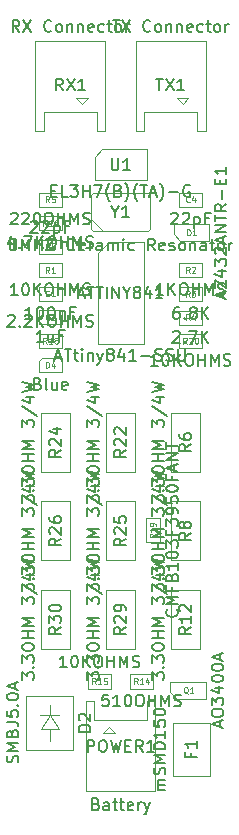
<source format=gbr>
%TF.GenerationSoftware,KiCad,Pcbnew,(6.0.1-0)*%
%TF.CreationDate,2022-02-25T00:16:29-05:00*%
%TF.ProjectId,aquabotsBMSModule,61717561-626f-4747-9342-4d534d6f6475,rev?*%
%TF.SameCoordinates,Original*%
%TF.FileFunction,AssemblyDrawing,Top*%
%FSLAX46Y46*%
G04 Gerber Fmt 4.6, Leading zero omitted, Abs format (unit mm)*
G04 Created by KiCad (PCBNEW (6.0.1-0)) date 2022-02-25 00:16:29*
%MOMM*%
%LPD*%
G01*
G04 APERTURE LIST*
%ADD10C,0.150000*%
%ADD11C,0.080000*%
%ADD12C,0.075000*%
%ADD13C,0.100000*%
G04 APERTURE END LIST*
D10*
%TO.C,Y1*%
X120809523Y-59930952D02*
X120714285Y-59883333D01*
X120666666Y-59835714D01*
X120619047Y-59740476D01*
X120619047Y-59692857D01*
X120666666Y-59597619D01*
X120714285Y-59550000D01*
X120809523Y-59502380D01*
X121000000Y-59502380D01*
X121095238Y-59550000D01*
X121142857Y-59597619D01*
X121190476Y-59692857D01*
X121190476Y-59740476D01*
X121142857Y-59835714D01*
X121095238Y-59883333D01*
X121000000Y-59930952D01*
X120809523Y-59930952D01*
X120714285Y-59978571D01*
X120666666Y-60026190D01*
X120619047Y-60121428D01*
X120619047Y-60311904D01*
X120666666Y-60407142D01*
X120714285Y-60454761D01*
X120809523Y-60502380D01*
X121000000Y-60502380D01*
X121095238Y-60454761D01*
X121142857Y-60407142D01*
X121190476Y-60311904D01*
X121190476Y-60121428D01*
X121142857Y-60026190D01*
X121095238Y-59978571D01*
X121000000Y-59930952D01*
X121619047Y-60502380D02*
X121619047Y-59502380D01*
X121952380Y-60216666D01*
X122285714Y-59502380D01*
X122285714Y-60502380D01*
X122761904Y-60502380D02*
X122761904Y-59502380D01*
X122761904Y-59978571D02*
X123333333Y-59978571D01*
X123333333Y-60502380D02*
X123333333Y-59502380D01*
X123714285Y-59502380D02*
X124380952Y-59502380D01*
X123714285Y-60502380D01*
X124380952Y-60502380D01*
X126095238Y-60407142D02*
X126047619Y-60454761D01*
X125904761Y-60502380D01*
X125809523Y-60502380D01*
X125666666Y-60454761D01*
X125571428Y-60359523D01*
X125523809Y-60264285D01*
X125476190Y-60073809D01*
X125476190Y-59930952D01*
X125523809Y-59740476D01*
X125571428Y-59645238D01*
X125666666Y-59550000D01*
X125809523Y-59502380D01*
X125904761Y-59502380D01*
X126047619Y-59550000D01*
X126095238Y-59597619D01*
X126904761Y-60454761D02*
X126809523Y-60502380D01*
X126619047Y-60502380D01*
X126523809Y-60454761D01*
X126476190Y-60359523D01*
X126476190Y-59978571D01*
X126523809Y-59883333D01*
X126619047Y-59835714D01*
X126809523Y-59835714D01*
X126904761Y-59883333D01*
X126952380Y-59978571D01*
X126952380Y-60073809D01*
X126476190Y-60169047D01*
X127380952Y-60502380D02*
X127380952Y-59835714D01*
X127380952Y-60026190D02*
X127428571Y-59930952D01*
X127476190Y-59883333D01*
X127571428Y-59835714D01*
X127666666Y-59835714D01*
X128428571Y-60502380D02*
X128428571Y-59978571D01*
X128380952Y-59883333D01*
X128285714Y-59835714D01*
X128095238Y-59835714D01*
X128000000Y-59883333D01*
X128428571Y-60454761D02*
X128333333Y-60502380D01*
X128095238Y-60502380D01*
X128000000Y-60454761D01*
X127952380Y-60359523D01*
X127952380Y-60264285D01*
X128000000Y-60169047D01*
X128095238Y-60121428D01*
X128333333Y-60121428D01*
X128428571Y-60073809D01*
X128904761Y-60502380D02*
X128904761Y-59835714D01*
X128904761Y-59930952D02*
X128952380Y-59883333D01*
X129047619Y-59835714D01*
X129190476Y-59835714D01*
X129285714Y-59883333D01*
X129333333Y-59978571D01*
X129333333Y-60502380D01*
X129333333Y-59978571D02*
X129380952Y-59883333D01*
X129476190Y-59835714D01*
X129619047Y-59835714D01*
X129714285Y-59883333D01*
X129761904Y-59978571D01*
X129761904Y-60502380D01*
X130238095Y-60502380D02*
X130238095Y-59835714D01*
X130238095Y-59502380D02*
X130190476Y-59550000D01*
X130238095Y-59597619D01*
X130285714Y-59550000D01*
X130238095Y-59502380D01*
X130238095Y-59597619D01*
X131142857Y-60454761D02*
X131047619Y-60502380D01*
X130857142Y-60502380D01*
X130761904Y-60454761D01*
X130714285Y-60407142D01*
X130666666Y-60311904D01*
X130666666Y-60026190D01*
X130714285Y-59930952D01*
X130761904Y-59883333D01*
X130857142Y-59835714D01*
X131047619Y-59835714D01*
X131142857Y-59883333D01*
X132904761Y-60502380D02*
X132571428Y-60026190D01*
X132333333Y-60502380D02*
X132333333Y-59502380D01*
X132714285Y-59502380D01*
X132809523Y-59550000D01*
X132857142Y-59597619D01*
X132904761Y-59692857D01*
X132904761Y-59835714D01*
X132857142Y-59930952D01*
X132809523Y-59978571D01*
X132714285Y-60026190D01*
X132333333Y-60026190D01*
X133714285Y-60454761D02*
X133619047Y-60502380D01*
X133428571Y-60502380D01*
X133333333Y-60454761D01*
X133285714Y-60359523D01*
X133285714Y-59978571D01*
X133333333Y-59883333D01*
X133428571Y-59835714D01*
X133619047Y-59835714D01*
X133714285Y-59883333D01*
X133761904Y-59978571D01*
X133761904Y-60073809D01*
X133285714Y-60169047D01*
X134142857Y-60454761D02*
X134238095Y-60502380D01*
X134428571Y-60502380D01*
X134523809Y-60454761D01*
X134571428Y-60359523D01*
X134571428Y-60311904D01*
X134523809Y-60216666D01*
X134428571Y-60169047D01*
X134285714Y-60169047D01*
X134190476Y-60121428D01*
X134142857Y-60026190D01*
X134142857Y-59978571D01*
X134190476Y-59883333D01*
X134285714Y-59835714D01*
X134428571Y-59835714D01*
X134523809Y-59883333D01*
X135142857Y-60502380D02*
X135047619Y-60454761D01*
X135000000Y-60407142D01*
X134952380Y-60311904D01*
X134952380Y-60026190D01*
X135000000Y-59930952D01*
X135047619Y-59883333D01*
X135142857Y-59835714D01*
X135285714Y-59835714D01*
X135380952Y-59883333D01*
X135428571Y-59930952D01*
X135476190Y-60026190D01*
X135476190Y-60311904D01*
X135428571Y-60407142D01*
X135380952Y-60454761D01*
X135285714Y-60502380D01*
X135142857Y-60502380D01*
X135904761Y-59835714D02*
X135904761Y-60502380D01*
X135904761Y-59930952D02*
X135952380Y-59883333D01*
X136047619Y-59835714D01*
X136190476Y-59835714D01*
X136285714Y-59883333D01*
X136333333Y-59978571D01*
X136333333Y-60502380D01*
X137238095Y-60502380D02*
X137238095Y-59978571D01*
X137190476Y-59883333D01*
X137095238Y-59835714D01*
X136904761Y-59835714D01*
X136809523Y-59883333D01*
X137238095Y-60454761D02*
X137142857Y-60502380D01*
X136904761Y-60502380D01*
X136809523Y-60454761D01*
X136761904Y-60359523D01*
X136761904Y-60264285D01*
X136809523Y-60169047D01*
X136904761Y-60121428D01*
X137142857Y-60121428D01*
X137238095Y-60073809D01*
X137571428Y-59835714D02*
X137952380Y-59835714D01*
X137714285Y-59502380D02*
X137714285Y-60359523D01*
X137761904Y-60454761D01*
X137857142Y-60502380D01*
X137952380Y-60502380D01*
X138428571Y-60502380D02*
X138333333Y-60454761D01*
X138285714Y-60407142D01*
X138238095Y-60311904D01*
X138238095Y-60026190D01*
X138285714Y-59930952D01*
X138333333Y-59883333D01*
X138428571Y-59835714D01*
X138571428Y-59835714D01*
X138666666Y-59883333D01*
X138714285Y-59930952D01*
X138761904Y-60026190D01*
X138761904Y-60311904D01*
X138714285Y-60407142D01*
X138666666Y-60454761D01*
X138571428Y-60502380D01*
X138428571Y-60502380D01*
X139190476Y-60502380D02*
X139190476Y-59835714D01*
X139190476Y-60026190D02*
X139238095Y-59930952D01*
X139285714Y-59883333D01*
X139380952Y-59835714D01*
X139476190Y-59835714D01*
X129523809Y-57226190D02*
X129523809Y-57702380D01*
X129190476Y-56702380D02*
X129523809Y-57226190D01*
X129857142Y-56702380D01*
X130714285Y-57702380D02*
X130142857Y-57702380D01*
X130428571Y-57702380D02*
X130428571Y-56702380D01*
X130333333Y-56845238D01*
X130238095Y-56940476D01*
X130142857Y-56988095D01*
%TO.C,D2*%
X121304761Y-103857142D02*
X121352380Y-103714285D01*
X121352380Y-103476190D01*
X121304761Y-103380952D01*
X121257142Y-103333333D01*
X121161904Y-103285714D01*
X121066666Y-103285714D01*
X120971428Y-103333333D01*
X120923809Y-103380952D01*
X120876190Y-103476190D01*
X120828571Y-103666666D01*
X120780952Y-103761904D01*
X120733333Y-103809523D01*
X120638095Y-103857142D01*
X120542857Y-103857142D01*
X120447619Y-103809523D01*
X120400000Y-103761904D01*
X120352380Y-103666666D01*
X120352380Y-103428571D01*
X120400000Y-103285714D01*
X121352380Y-102857142D02*
X120352380Y-102857142D01*
X121066666Y-102523809D01*
X120352380Y-102190476D01*
X121352380Y-102190476D01*
X120828571Y-101380952D02*
X120876190Y-101238095D01*
X120923809Y-101190476D01*
X121019047Y-101142857D01*
X121161904Y-101142857D01*
X121257142Y-101190476D01*
X121304761Y-101238095D01*
X121352380Y-101333333D01*
X121352380Y-101714285D01*
X120352380Y-101714285D01*
X120352380Y-101380952D01*
X120400000Y-101285714D01*
X120447619Y-101238095D01*
X120542857Y-101190476D01*
X120638095Y-101190476D01*
X120733333Y-101238095D01*
X120780952Y-101285714D01*
X120828571Y-101380952D01*
X120828571Y-101714285D01*
X120352380Y-100428571D02*
X121066666Y-100428571D01*
X121209523Y-100476190D01*
X121304761Y-100571428D01*
X121352380Y-100714285D01*
X121352380Y-100809523D01*
X120352380Y-99476190D02*
X120352380Y-99952380D01*
X120828571Y-100000000D01*
X120780952Y-99952380D01*
X120733333Y-99857142D01*
X120733333Y-99619047D01*
X120780952Y-99523809D01*
X120828571Y-99476190D01*
X120923809Y-99428571D01*
X121161904Y-99428571D01*
X121257142Y-99476190D01*
X121304761Y-99523809D01*
X121352380Y-99619047D01*
X121352380Y-99857142D01*
X121304761Y-99952380D01*
X121257142Y-100000000D01*
X121257142Y-99000000D02*
X121304761Y-98952380D01*
X121352380Y-99000000D01*
X121304761Y-99047619D01*
X121257142Y-99000000D01*
X121352380Y-99000000D01*
X120352380Y-98333333D02*
X120352380Y-98238095D01*
X120400000Y-98142857D01*
X120447619Y-98095238D01*
X120542857Y-98047619D01*
X120733333Y-98000000D01*
X120971428Y-98000000D01*
X121161904Y-98047619D01*
X121257142Y-98095238D01*
X121304761Y-98142857D01*
X121352380Y-98238095D01*
X121352380Y-98333333D01*
X121304761Y-98428571D01*
X121257142Y-98476190D01*
X121161904Y-98523809D01*
X120971428Y-98571428D01*
X120733333Y-98571428D01*
X120542857Y-98523809D01*
X120447619Y-98476190D01*
X120400000Y-98428571D01*
X120352380Y-98333333D01*
X121066666Y-97619047D02*
X121066666Y-97142857D01*
X121352380Y-97714285D02*
X120352380Y-97380952D01*
X121352380Y-97047619D01*
X127452380Y-101238095D02*
X126452380Y-101238095D01*
X126452380Y-101000000D01*
X126500000Y-100857142D01*
X126595238Y-100761904D01*
X126690476Y-100714285D01*
X126880952Y-100666666D01*
X127023809Y-100666666D01*
X127214285Y-100714285D01*
X127309523Y-100761904D01*
X127404761Y-100857142D01*
X127452380Y-101000000D01*
X127452380Y-101238095D01*
X126547619Y-100285714D02*
X126500000Y-100238095D01*
X126452380Y-100142857D01*
X126452380Y-99904761D01*
X126500000Y-99809523D01*
X126547619Y-99761904D01*
X126642857Y-99714285D01*
X126738095Y-99714285D01*
X126880952Y-99761904D01*
X127452380Y-100333333D01*
X127452380Y-99714285D01*
%TO.C,ATTINY841*%
X124500000Y-69546666D02*
X124976190Y-69546666D01*
X124404761Y-69832380D02*
X124738095Y-68832380D01*
X125071428Y-69832380D01*
X125261904Y-68832380D02*
X125833333Y-68832380D01*
X125547619Y-69832380D02*
X125547619Y-68832380D01*
X126023809Y-69165714D02*
X126404761Y-69165714D01*
X126166666Y-68832380D02*
X126166666Y-69689523D01*
X126214285Y-69784761D01*
X126309523Y-69832380D01*
X126404761Y-69832380D01*
X126738095Y-69832380D02*
X126738095Y-69165714D01*
X126738095Y-68832380D02*
X126690476Y-68880000D01*
X126738095Y-68927619D01*
X126785714Y-68880000D01*
X126738095Y-68832380D01*
X126738095Y-68927619D01*
X127214285Y-69165714D02*
X127214285Y-69832380D01*
X127214285Y-69260952D02*
X127261904Y-69213333D01*
X127357142Y-69165714D01*
X127500000Y-69165714D01*
X127595238Y-69213333D01*
X127642857Y-69308571D01*
X127642857Y-69832380D01*
X128023809Y-69165714D02*
X128261904Y-69832380D01*
X128500000Y-69165714D02*
X128261904Y-69832380D01*
X128166666Y-70070476D01*
X128119047Y-70118095D01*
X128023809Y-70165714D01*
X129023809Y-69260952D02*
X128928571Y-69213333D01*
X128880952Y-69165714D01*
X128833333Y-69070476D01*
X128833333Y-69022857D01*
X128880952Y-68927619D01*
X128928571Y-68880000D01*
X129023809Y-68832380D01*
X129214285Y-68832380D01*
X129309523Y-68880000D01*
X129357142Y-68927619D01*
X129404761Y-69022857D01*
X129404761Y-69070476D01*
X129357142Y-69165714D01*
X129309523Y-69213333D01*
X129214285Y-69260952D01*
X129023809Y-69260952D01*
X128928571Y-69308571D01*
X128880952Y-69356190D01*
X128833333Y-69451428D01*
X128833333Y-69641904D01*
X128880952Y-69737142D01*
X128928571Y-69784761D01*
X129023809Y-69832380D01*
X129214285Y-69832380D01*
X129309523Y-69784761D01*
X129357142Y-69737142D01*
X129404761Y-69641904D01*
X129404761Y-69451428D01*
X129357142Y-69356190D01*
X129309523Y-69308571D01*
X129214285Y-69260952D01*
X130261904Y-69165714D02*
X130261904Y-69832380D01*
X130023809Y-68784761D02*
X129785714Y-69499047D01*
X130404761Y-69499047D01*
X131309523Y-69832380D02*
X130738095Y-69832380D01*
X131023809Y-69832380D02*
X131023809Y-68832380D01*
X130928571Y-68975238D01*
X130833333Y-69070476D01*
X130738095Y-69118095D01*
X131738095Y-69451428D02*
X132500000Y-69451428D01*
X132928571Y-69784761D02*
X133071428Y-69832380D01*
X133309523Y-69832380D01*
X133404761Y-69784761D01*
X133452380Y-69737142D01*
X133500000Y-69641904D01*
X133500000Y-69546666D01*
X133452380Y-69451428D01*
X133404761Y-69403809D01*
X133309523Y-69356190D01*
X133119047Y-69308571D01*
X133023809Y-69260952D01*
X132976190Y-69213333D01*
X132928571Y-69118095D01*
X132928571Y-69022857D01*
X132976190Y-68927619D01*
X133023809Y-68880000D01*
X133119047Y-68832380D01*
X133357142Y-68832380D01*
X133500000Y-68880000D01*
X133880952Y-69784761D02*
X134023809Y-69832380D01*
X134261904Y-69832380D01*
X134357142Y-69784761D01*
X134404761Y-69737142D01*
X134452380Y-69641904D01*
X134452380Y-69546666D01*
X134404761Y-69451428D01*
X134357142Y-69403809D01*
X134261904Y-69356190D01*
X134071428Y-69308571D01*
X133976190Y-69260952D01*
X133928571Y-69213333D01*
X133880952Y-69118095D01*
X133880952Y-69022857D01*
X133928571Y-68927619D01*
X133976190Y-68880000D01*
X134071428Y-68832380D01*
X134309523Y-68832380D01*
X134452380Y-68880000D01*
X134880952Y-68832380D02*
X134880952Y-69641904D01*
X134928571Y-69737142D01*
X134976190Y-69784761D01*
X135071428Y-69832380D01*
X135261904Y-69832380D01*
X135357142Y-69784761D01*
X135404761Y-69737142D01*
X135452380Y-69641904D01*
X135452380Y-68832380D01*
X126453333Y-64263333D02*
X126920000Y-64263333D01*
X126360000Y-64543333D02*
X126686666Y-63563333D01*
X127013333Y-64543333D01*
X127200000Y-63563333D02*
X127760000Y-63563333D01*
X127480000Y-64543333D02*
X127480000Y-63563333D01*
X127946666Y-63563333D02*
X128506666Y-63563333D01*
X128226666Y-64543333D02*
X128226666Y-63563333D01*
X128833333Y-64543333D02*
X128833333Y-63563333D01*
X129300000Y-64543333D02*
X129300000Y-63563333D01*
X129860000Y-64543333D01*
X129860000Y-63563333D01*
X130513333Y-64076666D02*
X130513333Y-64543333D01*
X130186666Y-63563333D02*
X130513333Y-64076666D01*
X130840000Y-63563333D01*
X131306666Y-63983333D02*
X131213333Y-63936666D01*
X131166666Y-63890000D01*
X131120000Y-63796666D01*
X131120000Y-63750000D01*
X131166666Y-63656666D01*
X131213333Y-63610000D01*
X131306666Y-63563333D01*
X131493333Y-63563333D01*
X131586666Y-63610000D01*
X131633333Y-63656666D01*
X131680000Y-63750000D01*
X131680000Y-63796666D01*
X131633333Y-63890000D01*
X131586666Y-63936666D01*
X131493333Y-63983333D01*
X131306666Y-63983333D01*
X131213333Y-64030000D01*
X131166666Y-64076666D01*
X131120000Y-64170000D01*
X131120000Y-64356666D01*
X131166666Y-64450000D01*
X131213333Y-64496666D01*
X131306666Y-64543333D01*
X131493333Y-64543333D01*
X131586666Y-64496666D01*
X131633333Y-64450000D01*
X131680000Y-64356666D01*
X131680000Y-64170000D01*
X131633333Y-64076666D01*
X131586666Y-64030000D01*
X131493333Y-63983333D01*
X132520000Y-63890000D02*
X132520000Y-64543333D01*
X132286666Y-63516666D02*
X132053333Y-64216666D01*
X132660000Y-64216666D01*
X133546666Y-64543333D02*
X132986666Y-64543333D01*
X133266666Y-64543333D02*
X133266666Y-63563333D01*
X133173333Y-63703333D01*
X133080000Y-63796666D01*
X132986666Y-63843333D01*
%TO.C,C2*%
X123467261Y-68270235D02*
X122895833Y-68270235D01*
X123181547Y-68270235D02*
X123181547Y-67270235D01*
X123086309Y-67413093D01*
X122991071Y-67508331D01*
X122895833Y-67555950D01*
X124324404Y-67603569D02*
X124324404Y-68270235D01*
X123895833Y-67603569D02*
X123895833Y-68127378D01*
X123943452Y-68222616D01*
X124038690Y-68270235D01*
X124181547Y-68270235D01*
X124276785Y-68222616D01*
X124324404Y-68174997D01*
X125133928Y-67746426D02*
X124800595Y-67746426D01*
X124800595Y-68270235D02*
X124800595Y-67270235D01*
X125276785Y-67270235D01*
D11*
X123979166Y-66346426D02*
X123955357Y-66370235D01*
X123883928Y-66394045D01*
X123836309Y-66394045D01*
X123764880Y-66370235D01*
X123717261Y-66322616D01*
X123693452Y-66274997D01*
X123669642Y-66179759D01*
X123669642Y-66108331D01*
X123693452Y-66013093D01*
X123717261Y-65965474D01*
X123764880Y-65917855D01*
X123836309Y-65894045D01*
X123883928Y-65894045D01*
X123955357Y-65917855D01*
X123979166Y-65941664D01*
X124169642Y-65941664D02*
X124193452Y-65917855D01*
X124241071Y-65894045D01*
X124360119Y-65894045D01*
X124407738Y-65917855D01*
X124431547Y-65941664D01*
X124455357Y-65989283D01*
X124455357Y-66036902D01*
X124431547Y-66108331D01*
X124145833Y-66394045D01*
X124455357Y-66394045D01*
D10*
%TO.C,C5*%
X122419642Y-58084761D02*
X122467261Y-58037142D01*
X122562500Y-57989522D01*
X122800595Y-57989522D01*
X122895833Y-58037142D01*
X122943452Y-58084761D01*
X122991071Y-58179999D01*
X122991071Y-58275237D01*
X122943452Y-58418094D01*
X122372023Y-58989522D01*
X122991071Y-58989522D01*
X123372023Y-58084761D02*
X123419642Y-58037142D01*
X123514880Y-57989522D01*
X123752976Y-57989522D01*
X123848214Y-58037142D01*
X123895833Y-58084761D01*
X123943452Y-58179999D01*
X123943452Y-58275237D01*
X123895833Y-58418094D01*
X123324404Y-58989522D01*
X123943452Y-58989522D01*
X124372023Y-58322856D02*
X124372023Y-59322856D01*
X124372023Y-58370475D02*
X124467261Y-58322856D01*
X124657738Y-58322856D01*
X124752976Y-58370475D01*
X124800595Y-58418094D01*
X124848214Y-58513332D01*
X124848214Y-58799046D01*
X124800595Y-58894284D01*
X124752976Y-58941903D01*
X124657738Y-58989522D01*
X124467261Y-58989522D01*
X124372023Y-58941903D01*
X125610119Y-58465713D02*
X125276785Y-58465713D01*
X125276785Y-58989522D02*
X125276785Y-57989522D01*
X125752976Y-57989522D01*
D11*
X123979166Y-60365713D02*
X123955357Y-60389522D01*
X123883928Y-60413332D01*
X123836309Y-60413332D01*
X123764880Y-60389522D01*
X123717261Y-60341903D01*
X123693452Y-60294284D01*
X123669642Y-60199046D01*
X123669642Y-60127618D01*
X123693452Y-60032380D01*
X123717261Y-59984761D01*
X123764880Y-59937142D01*
X123836309Y-59913332D01*
X123883928Y-59913332D01*
X123955357Y-59937142D01*
X123979166Y-59960951D01*
X124431547Y-59913332D02*
X124193452Y-59913332D01*
X124169642Y-60151427D01*
X124193452Y-60127618D01*
X124241071Y-60103808D01*
X124360119Y-60103808D01*
X124407738Y-60127618D01*
X124431547Y-60151427D01*
X124455357Y-60199046D01*
X124455357Y-60318094D01*
X124431547Y-60365713D01*
X124407738Y-60389522D01*
X124360119Y-60413332D01*
X124241071Y-60413332D01*
X124193452Y-60389522D01*
X124169642Y-60365713D01*
D10*
%TO.C,F1*%
X133802380Y-106154761D02*
X133135714Y-106154761D01*
X133230952Y-106154761D02*
X133183333Y-106107142D01*
X133135714Y-106011904D01*
X133135714Y-105869047D01*
X133183333Y-105773809D01*
X133278571Y-105726190D01*
X133802380Y-105726190D01*
X133278571Y-105726190D02*
X133183333Y-105678571D01*
X133135714Y-105583333D01*
X133135714Y-105440476D01*
X133183333Y-105345238D01*
X133278571Y-105297619D01*
X133802380Y-105297619D01*
X133754761Y-104869047D02*
X133802380Y-104726190D01*
X133802380Y-104488095D01*
X133754761Y-104392857D01*
X133707142Y-104345238D01*
X133611904Y-104297619D01*
X133516666Y-104297619D01*
X133421428Y-104345238D01*
X133373809Y-104392857D01*
X133326190Y-104488095D01*
X133278571Y-104678571D01*
X133230952Y-104773809D01*
X133183333Y-104821428D01*
X133088095Y-104869047D01*
X132992857Y-104869047D01*
X132897619Y-104821428D01*
X132850000Y-104773809D01*
X132802380Y-104678571D01*
X132802380Y-104440476D01*
X132850000Y-104297619D01*
X133802380Y-103869047D02*
X132802380Y-103869047D01*
X133516666Y-103535714D01*
X132802380Y-103202380D01*
X133802380Y-103202380D01*
X133802380Y-102726190D02*
X132802380Y-102726190D01*
X132802380Y-102488095D01*
X132850000Y-102345238D01*
X132945238Y-102250000D01*
X133040476Y-102202380D01*
X133230952Y-102154761D01*
X133373809Y-102154761D01*
X133564285Y-102202380D01*
X133659523Y-102250000D01*
X133754761Y-102345238D01*
X133802380Y-102488095D01*
X133802380Y-102726190D01*
X133802380Y-101202380D02*
X133802380Y-101773809D01*
X133802380Y-101488095D02*
X132802380Y-101488095D01*
X132945238Y-101583333D01*
X133040476Y-101678571D01*
X133088095Y-101773809D01*
X132802380Y-100297619D02*
X132802380Y-100773809D01*
X133278571Y-100821428D01*
X133230952Y-100773809D01*
X133183333Y-100678571D01*
X133183333Y-100440476D01*
X133230952Y-100345238D01*
X133278571Y-100297619D01*
X133373809Y-100250000D01*
X133611904Y-100250000D01*
X133707142Y-100297619D01*
X133754761Y-100345238D01*
X133802380Y-100440476D01*
X133802380Y-100678571D01*
X133754761Y-100773809D01*
X133707142Y-100821428D01*
X132802380Y-99630952D02*
X132802380Y-99535714D01*
X132850000Y-99440476D01*
X132897619Y-99392857D01*
X132992857Y-99345238D01*
X133183333Y-99297619D01*
X133421428Y-99297619D01*
X133611904Y-99345238D01*
X133707142Y-99392857D01*
X133754761Y-99440476D01*
X133802380Y-99535714D01*
X133802380Y-99630952D01*
X133754761Y-99726190D01*
X133707142Y-99773809D01*
X133611904Y-99821428D01*
X133421428Y-99869047D01*
X133183333Y-99869047D01*
X132992857Y-99821428D01*
X132897619Y-99773809D01*
X132850000Y-99726190D01*
X132802380Y-99630952D01*
X135928571Y-103083333D02*
X135928571Y-103416666D01*
X136452380Y-103416666D02*
X135452380Y-103416666D01*
X135452380Y-102940476D01*
X136452380Y-102035714D02*
X136452380Y-102607142D01*
X136452380Y-102321428D02*
X135452380Y-102321428D01*
X135595238Y-102416666D01*
X135690476Y-102511904D01*
X135738095Y-102607142D01*
%TO.C,POWER1*%
X127928571Y-107378571D02*
X128071428Y-107426190D01*
X128119047Y-107473809D01*
X128166666Y-107569047D01*
X128166666Y-107711904D01*
X128119047Y-107807142D01*
X128071428Y-107854761D01*
X127976190Y-107902380D01*
X127595238Y-107902380D01*
X127595238Y-106902380D01*
X127928571Y-106902380D01*
X128023809Y-106950000D01*
X128071428Y-106997619D01*
X128119047Y-107092857D01*
X128119047Y-107188095D01*
X128071428Y-107283333D01*
X128023809Y-107330952D01*
X127928571Y-107378571D01*
X127595238Y-107378571D01*
X129023809Y-107902380D02*
X129023809Y-107378571D01*
X128976190Y-107283333D01*
X128880952Y-107235714D01*
X128690476Y-107235714D01*
X128595238Y-107283333D01*
X129023809Y-107854761D02*
X128928571Y-107902380D01*
X128690476Y-107902380D01*
X128595238Y-107854761D01*
X128547619Y-107759523D01*
X128547619Y-107664285D01*
X128595238Y-107569047D01*
X128690476Y-107521428D01*
X128928571Y-107521428D01*
X129023809Y-107473809D01*
X129357142Y-107235714D02*
X129738095Y-107235714D01*
X129500000Y-106902380D02*
X129500000Y-107759523D01*
X129547619Y-107854761D01*
X129642857Y-107902380D01*
X129738095Y-107902380D01*
X129928571Y-107235714D02*
X130309523Y-107235714D01*
X130071428Y-106902380D02*
X130071428Y-107759523D01*
X130119047Y-107854761D01*
X130214285Y-107902380D01*
X130309523Y-107902380D01*
X131023809Y-107854761D02*
X130928571Y-107902380D01*
X130738095Y-107902380D01*
X130642857Y-107854761D01*
X130595238Y-107759523D01*
X130595238Y-107378571D01*
X130642857Y-107283333D01*
X130738095Y-107235714D01*
X130928571Y-107235714D01*
X131023809Y-107283333D01*
X131071428Y-107378571D01*
X131071428Y-107473809D01*
X130595238Y-107569047D01*
X131500000Y-107902380D02*
X131500000Y-107235714D01*
X131500000Y-107426190D02*
X131547619Y-107330952D01*
X131595238Y-107283333D01*
X131690476Y-107235714D01*
X131785714Y-107235714D01*
X132023809Y-107235714D02*
X132261904Y-107902380D01*
X132500000Y-107235714D02*
X132261904Y-107902380D01*
X132166666Y-108140476D01*
X132119047Y-108188095D01*
X132023809Y-108235714D01*
X127214285Y-102952380D02*
X127214285Y-101952380D01*
X127595238Y-101952380D01*
X127690476Y-102000000D01*
X127738095Y-102047619D01*
X127785714Y-102142857D01*
X127785714Y-102285714D01*
X127738095Y-102380952D01*
X127690476Y-102428571D01*
X127595238Y-102476190D01*
X127214285Y-102476190D01*
X128404761Y-101952380D02*
X128595238Y-101952380D01*
X128690476Y-102000000D01*
X128785714Y-102095238D01*
X128833333Y-102285714D01*
X128833333Y-102619047D01*
X128785714Y-102809523D01*
X128690476Y-102904761D01*
X128595238Y-102952380D01*
X128404761Y-102952380D01*
X128309523Y-102904761D01*
X128214285Y-102809523D01*
X128166666Y-102619047D01*
X128166666Y-102285714D01*
X128214285Y-102095238D01*
X128309523Y-102000000D01*
X128404761Y-101952380D01*
X129166666Y-101952380D02*
X129404761Y-102952380D01*
X129595238Y-102238095D01*
X129785714Y-102952380D01*
X130023809Y-101952380D01*
X130404761Y-102428571D02*
X130738095Y-102428571D01*
X130880952Y-102952380D02*
X130404761Y-102952380D01*
X130404761Y-101952380D01*
X130880952Y-101952380D01*
X131880952Y-102952380D02*
X131547619Y-102476190D01*
X131309523Y-102952380D02*
X131309523Y-101952380D01*
X131690476Y-101952380D01*
X131785714Y-102000000D01*
X131833333Y-102047619D01*
X131880952Y-102142857D01*
X131880952Y-102285714D01*
X131833333Y-102380952D01*
X131785714Y-102428571D01*
X131690476Y-102476190D01*
X131309523Y-102476190D01*
X132833333Y-102952380D02*
X132261904Y-102952380D01*
X132547619Y-102952380D02*
X132547619Y-101952380D01*
X132452380Y-102095238D01*
X132357142Y-102190476D01*
X132261904Y-102238095D01*
%TO.C,Q1*%
X138416666Y-100845238D02*
X138416666Y-100369047D01*
X138702380Y-100940476D02*
X137702380Y-100607142D01*
X138702380Y-100273809D01*
X137702380Y-99750000D02*
X137702380Y-99559523D01*
X137750000Y-99464285D01*
X137845238Y-99369047D01*
X138035714Y-99321428D01*
X138369047Y-99321428D01*
X138559523Y-99369047D01*
X138654761Y-99464285D01*
X138702380Y-99559523D01*
X138702380Y-99750000D01*
X138654761Y-99845238D01*
X138559523Y-99940476D01*
X138369047Y-99988095D01*
X138035714Y-99988095D01*
X137845238Y-99940476D01*
X137750000Y-99845238D01*
X137702380Y-99750000D01*
X137702380Y-98988095D02*
X137702380Y-98369047D01*
X138083333Y-98702380D01*
X138083333Y-98559523D01*
X138130952Y-98464285D01*
X138178571Y-98416666D01*
X138273809Y-98369047D01*
X138511904Y-98369047D01*
X138607142Y-98416666D01*
X138654761Y-98464285D01*
X138702380Y-98559523D01*
X138702380Y-98845238D01*
X138654761Y-98940476D01*
X138607142Y-98988095D01*
X138035714Y-97511904D02*
X138702380Y-97511904D01*
X137654761Y-97750000D02*
X138369047Y-97988095D01*
X138369047Y-97369047D01*
X137702380Y-96797619D02*
X137702380Y-96702380D01*
X137750000Y-96607142D01*
X137797619Y-96559523D01*
X137892857Y-96511904D01*
X138083333Y-96464285D01*
X138321428Y-96464285D01*
X138511904Y-96511904D01*
X138607142Y-96559523D01*
X138654761Y-96607142D01*
X138702380Y-96702380D01*
X138702380Y-96797619D01*
X138654761Y-96892857D01*
X138607142Y-96940476D01*
X138511904Y-96988095D01*
X138321428Y-97035714D01*
X138083333Y-97035714D01*
X137892857Y-96988095D01*
X137797619Y-96940476D01*
X137750000Y-96892857D01*
X137702380Y-96797619D01*
X137702380Y-95845238D02*
X137702380Y-95750000D01*
X137750000Y-95654761D01*
X137797619Y-95607142D01*
X137892857Y-95559523D01*
X138083333Y-95511904D01*
X138321428Y-95511904D01*
X138511904Y-95559523D01*
X138607142Y-95607142D01*
X138654761Y-95654761D01*
X138702380Y-95750000D01*
X138702380Y-95845238D01*
X138654761Y-95940476D01*
X138607142Y-95988095D01*
X138511904Y-96035714D01*
X138321428Y-96083333D01*
X138083333Y-96083333D01*
X137892857Y-96035714D01*
X137797619Y-95988095D01*
X137750000Y-95940476D01*
X137702380Y-95845238D01*
X138416666Y-95130952D02*
X138416666Y-94654761D01*
X138702380Y-95226190D02*
X137702380Y-94892857D01*
X138702380Y-94559523D01*
D12*
X135702380Y-98023809D02*
X135654761Y-98000000D01*
X135607142Y-97952380D01*
X135535714Y-97880952D01*
X135488095Y-97857142D01*
X135440476Y-97857142D01*
X135464285Y-97976190D02*
X135416666Y-97952380D01*
X135369047Y-97904761D01*
X135345238Y-97809523D01*
X135345238Y-97642857D01*
X135369047Y-97547619D01*
X135416666Y-97500000D01*
X135464285Y-97476190D01*
X135559523Y-97476190D01*
X135607142Y-97500000D01*
X135654761Y-97547619D01*
X135678571Y-97642857D01*
X135678571Y-97809523D01*
X135654761Y-97904761D01*
X135607142Y-97952380D01*
X135559523Y-97976190D01*
X135464285Y-97976190D01*
X136154761Y-97976190D02*
X135869047Y-97976190D01*
X136011904Y-97976190D02*
X136011904Y-97476190D01*
X135964285Y-97547619D01*
X135916666Y-97595238D01*
X135869047Y-97619047D01*
D10*
%TO.C,R3*%
X134913690Y-65302380D02*
X134723214Y-65302380D01*
X134627976Y-65350000D01*
X134580357Y-65397619D01*
X134485119Y-65540476D01*
X134437500Y-65730952D01*
X134437500Y-66111904D01*
X134485119Y-66207142D01*
X134532738Y-66254761D01*
X134627976Y-66302380D01*
X134818452Y-66302380D01*
X134913690Y-66254761D01*
X134961309Y-66207142D01*
X135008928Y-66111904D01*
X135008928Y-65873809D01*
X134961309Y-65778571D01*
X134913690Y-65730952D01*
X134818452Y-65683333D01*
X134627976Y-65683333D01*
X134532738Y-65730952D01*
X134485119Y-65778571D01*
X134437500Y-65873809D01*
X135437500Y-66207142D02*
X135485119Y-66254761D01*
X135437500Y-66302380D01*
X135389880Y-66254761D01*
X135437500Y-66207142D01*
X135437500Y-66302380D01*
X136056547Y-65730952D02*
X135961309Y-65683333D01*
X135913690Y-65635714D01*
X135866071Y-65540476D01*
X135866071Y-65492857D01*
X135913690Y-65397619D01*
X135961309Y-65350000D01*
X136056547Y-65302380D01*
X136247023Y-65302380D01*
X136342261Y-65350000D01*
X136389880Y-65397619D01*
X136437500Y-65492857D01*
X136437500Y-65540476D01*
X136389880Y-65635714D01*
X136342261Y-65683333D01*
X136247023Y-65730952D01*
X136056547Y-65730952D01*
X135961309Y-65778571D01*
X135913690Y-65826190D01*
X135866071Y-65921428D01*
X135866071Y-66111904D01*
X135913690Y-66207142D01*
X135961309Y-66254761D01*
X136056547Y-66302380D01*
X136247023Y-66302380D01*
X136342261Y-66254761D01*
X136389880Y-66207142D01*
X136437500Y-66111904D01*
X136437500Y-65921428D01*
X136389880Y-65826190D01*
X136342261Y-65778571D01*
X136247023Y-65730952D01*
X136866071Y-66302380D02*
X136866071Y-65302380D01*
X137437500Y-66302380D02*
X137008928Y-65730952D01*
X137437500Y-65302380D02*
X136866071Y-65873809D01*
D11*
X135854166Y-64426190D02*
X135687500Y-64188095D01*
X135568452Y-64426190D02*
X135568452Y-63926190D01*
X135758928Y-63926190D01*
X135806547Y-63950000D01*
X135830357Y-63973809D01*
X135854166Y-64021428D01*
X135854166Y-64092857D01*
X135830357Y-64140476D01*
X135806547Y-64164285D01*
X135758928Y-64188095D01*
X135568452Y-64188095D01*
X136020833Y-63926190D02*
X136330357Y-63926190D01*
X136163690Y-64116666D01*
X136235119Y-64116666D01*
X136282738Y-64140476D01*
X136306547Y-64164285D01*
X136330357Y-64211904D01*
X136330357Y-64330952D01*
X136306547Y-64378571D01*
X136282738Y-64402380D01*
X136235119Y-64426190D01*
X136092261Y-64426190D01*
X136044642Y-64402380D01*
X136020833Y-64378571D01*
D10*
%TO.C,R4*%
X134437500Y-67397619D02*
X134485119Y-67350000D01*
X134580357Y-67302380D01*
X134818452Y-67302380D01*
X134913690Y-67350000D01*
X134961309Y-67397619D01*
X135008928Y-67492857D01*
X135008928Y-67588095D01*
X134961309Y-67730952D01*
X134389880Y-68302380D01*
X135008928Y-68302380D01*
X135437500Y-68207142D02*
X135485119Y-68254761D01*
X135437500Y-68302380D01*
X135389880Y-68254761D01*
X135437500Y-68207142D01*
X135437500Y-68302380D01*
X135818452Y-67302380D02*
X136485119Y-67302380D01*
X136056547Y-68302380D01*
X136866071Y-68302380D02*
X136866071Y-67302380D01*
X137437500Y-68302380D02*
X137008928Y-67730952D01*
X137437500Y-67302380D02*
X136866071Y-67873809D01*
D11*
X135854166Y-66426190D02*
X135687500Y-66188095D01*
X135568452Y-66426190D02*
X135568452Y-65926190D01*
X135758928Y-65926190D01*
X135806547Y-65950000D01*
X135830357Y-65973809D01*
X135854166Y-66021428D01*
X135854166Y-66092857D01*
X135830357Y-66140476D01*
X135806547Y-66164285D01*
X135758928Y-66188095D01*
X135568452Y-66188095D01*
X136282738Y-66092857D02*
X136282738Y-66426190D01*
X136163690Y-65902380D02*
X136044642Y-66259523D01*
X136354166Y-66259523D01*
D10*
%TO.C,R5*%
X120729166Y-57397619D02*
X120776785Y-57350000D01*
X120872023Y-57302380D01*
X121110119Y-57302380D01*
X121205357Y-57350000D01*
X121252976Y-57397619D01*
X121300595Y-57492857D01*
X121300595Y-57588095D01*
X121252976Y-57730952D01*
X120681547Y-58302380D01*
X121300595Y-58302380D01*
X121681547Y-57397619D02*
X121729166Y-57350000D01*
X121824404Y-57302380D01*
X122062500Y-57302380D01*
X122157738Y-57350000D01*
X122205357Y-57397619D01*
X122252976Y-57492857D01*
X122252976Y-57588095D01*
X122205357Y-57730952D01*
X121633928Y-58302380D01*
X122252976Y-58302380D01*
X122872023Y-57302380D02*
X122967261Y-57302380D01*
X123062500Y-57350000D01*
X123110119Y-57397619D01*
X123157738Y-57492857D01*
X123205357Y-57683333D01*
X123205357Y-57921428D01*
X123157738Y-58111904D01*
X123110119Y-58207142D01*
X123062500Y-58254761D01*
X122967261Y-58302380D01*
X122872023Y-58302380D01*
X122776785Y-58254761D01*
X122729166Y-58207142D01*
X122681547Y-58111904D01*
X122633928Y-57921428D01*
X122633928Y-57683333D01*
X122681547Y-57492857D01*
X122729166Y-57397619D01*
X122776785Y-57350000D01*
X122872023Y-57302380D01*
X123824404Y-57302380D02*
X124014880Y-57302380D01*
X124110119Y-57350000D01*
X124205357Y-57445238D01*
X124252976Y-57635714D01*
X124252976Y-57969047D01*
X124205357Y-58159523D01*
X124110119Y-58254761D01*
X124014880Y-58302380D01*
X123824404Y-58302380D01*
X123729166Y-58254761D01*
X123633928Y-58159523D01*
X123586309Y-57969047D01*
X123586309Y-57635714D01*
X123633928Y-57445238D01*
X123729166Y-57350000D01*
X123824404Y-57302380D01*
X124681547Y-58302380D02*
X124681547Y-57302380D01*
X124681547Y-57778571D02*
X125252976Y-57778571D01*
X125252976Y-58302380D02*
X125252976Y-57302380D01*
X125729166Y-58302380D02*
X125729166Y-57302380D01*
X126062500Y-58016666D01*
X126395833Y-57302380D01*
X126395833Y-58302380D01*
X126824404Y-58254761D02*
X126967261Y-58302380D01*
X127205357Y-58302380D01*
X127300595Y-58254761D01*
X127348214Y-58207142D01*
X127395833Y-58111904D01*
X127395833Y-58016666D01*
X127348214Y-57921428D01*
X127300595Y-57873809D01*
X127205357Y-57826190D01*
X127014880Y-57778571D01*
X126919642Y-57730952D01*
X126872023Y-57683333D01*
X126824404Y-57588095D01*
X126824404Y-57492857D01*
X126872023Y-57397619D01*
X126919642Y-57350000D01*
X127014880Y-57302380D01*
X127252976Y-57302380D01*
X127395833Y-57350000D01*
D11*
X123979166Y-56426190D02*
X123812500Y-56188095D01*
X123693452Y-56426190D02*
X123693452Y-55926190D01*
X123883928Y-55926190D01*
X123931547Y-55950000D01*
X123955357Y-55973809D01*
X123979166Y-56021428D01*
X123979166Y-56092857D01*
X123955357Y-56140476D01*
X123931547Y-56164285D01*
X123883928Y-56188095D01*
X123693452Y-56188095D01*
X124431547Y-55926190D02*
X124193452Y-55926190D01*
X124169642Y-56164285D01*
X124193452Y-56140476D01*
X124241071Y-56116666D01*
X124360119Y-56116666D01*
X124407738Y-56140476D01*
X124431547Y-56164285D01*
X124455357Y-56211904D01*
X124455357Y-56330952D01*
X124431547Y-56378571D01*
X124407738Y-56402380D01*
X124360119Y-56426190D01*
X124241071Y-56426190D01*
X124193452Y-56402380D01*
X124169642Y-56378571D01*
D10*
%TO.C,R8*%
X132672380Y-89345238D02*
X132672380Y-88726190D01*
X133053333Y-89059523D01*
X133053333Y-88916666D01*
X133100952Y-88821428D01*
X133148571Y-88773809D01*
X133243809Y-88726190D01*
X133481904Y-88726190D01*
X133577142Y-88773809D01*
X133624761Y-88821428D01*
X133672380Y-88916666D01*
X133672380Y-89202380D01*
X133624761Y-89297619D01*
X133577142Y-89345238D01*
X133577142Y-88297619D02*
X133624761Y-88250000D01*
X133672380Y-88297619D01*
X133624761Y-88345238D01*
X133577142Y-88297619D01*
X133672380Y-88297619D01*
X132672380Y-87916666D02*
X132672380Y-87297619D01*
X133053333Y-87630952D01*
X133053333Y-87488095D01*
X133100952Y-87392857D01*
X133148571Y-87345238D01*
X133243809Y-87297619D01*
X133481904Y-87297619D01*
X133577142Y-87345238D01*
X133624761Y-87392857D01*
X133672380Y-87488095D01*
X133672380Y-87773809D01*
X133624761Y-87869047D01*
X133577142Y-87916666D01*
X132672380Y-86678571D02*
X132672380Y-86488095D01*
X132720000Y-86392857D01*
X132815238Y-86297619D01*
X133005714Y-86250000D01*
X133339047Y-86250000D01*
X133529523Y-86297619D01*
X133624761Y-86392857D01*
X133672380Y-86488095D01*
X133672380Y-86678571D01*
X133624761Y-86773809D01*
X133529523Y-86869047D01*
X133339047Y-86916666D01*
X133005714Y-86916666D01*
X132815238Y-86869047D01*
X132720000Y-86773809D01*
X132672380Y-86678571D01*
X133672380Y-85821428D02*
X132672380Y-85821428D01*
X133148571Y-85821428D02*
X133148571Y-85250000D01*
X133672380Y-85250000D02*
X132672380Y-85250000D01*
X133672380Y-84773809D02*
X132672380Y-84773809D01*
X133386666Y-84440476D01*
X132672380Y-84107142D01*
X133672380Y-84107142D01*
X132672380Y-82964285D02*
X132672380Y-82345238D01*
X133053333Y-82678571D01*
X133053333Y-82535714D01*
X133100952Y-82440476D01*
X133148571Y-82392857D01*
X133243809Y-82345238D01*
X133481904Y-82345238D01*
X133577142Y-82392857D01*
X133624761Y-82440476D01*
X133672380Y-82535714D01*
X133672380Y-82821428D01*
X133624761Y-82916666D01*
X133577142Y-82964285D01*
X132624761Y-81202380D02*
X133910476Y-82059523D01*
X133005714Y-80440476D02*
X133672380Y-80440476D01*
X132624761Y-80678571D02*
X133339047Y-80916666D01*
X133339047Y-80297619D01*
X132672380Y-80011904D02*
X133672380Y-79773809D01*
X132958095Y-79583333D01*
X133672380Y-79392857D01*
X132672380Y-79154761D01*
X135952380Y-84416666D02*
X135476190Y-84750000D01*
X135952380Y-84988095D02*
X134952380Y-84988095D01*
X134952380Y-84607142D01*
X135000000Y-84511904D01*
X135047619Y-84464285D01*
X135142857Y-84416666D01*
X135285714Y-84416666D01*
X135380952Y-84464285D01*
X135428571Y-84511904D01*
X135476190Y-84607142D01*
X135476190Y-84988095D01*
X135380952Y-83845238D02*
X135333333Y-83940476D01*
X135285714Y-83988095D01*
X135190476Y-84035714D01*
X135142857Y-84035714D01*
X135047619Y-83988095D01*
X135000000Y-83940476D01*
X134952380Y-83845238D01*
X134952380Y-83654761D01*
X135000000Y-83559523D01*
X135047619Y-83511904D01*
X135142857Y-83464285D01*
X135190476Y-83464285D01*
X135285714Y-83511904D01*
X135333333Y-83559523D01*
X135380952Y-83654761D01*
X135380952Y-83845238D01*
X135428571Y-83940476D01*
X135476190Y-83988095D01*
X135571428Y-84035714D01*
X135761904Y-84035714D01*
X135857142Y-83988095D01*
X135904761Y-83940476D01*
X135952380Y-83845238D01*
X135952380Y-83654761D01*
X135904761Y-83559523D01*
X135857142Y-83511904D01*
X135761904Y-83464285D01*
X135571428Y-83464285D01*
X135476190Y-83511904D01*
X135428571Y-83559523D01*
X135380952Y-83654761D01*
%TO.C,R12*%
X132672380Y-96845238D02*
X132672380Y-96226190D01*
X133053333Y-96559523D01*
X133053333Y-96416666D01*
X133100952Y-96321428D01*
X133148571Y-96273809D01*
X133243809Y-96226190D01*
X133481904Y-96226190D01*
X133577142Y-96273809D01*
X133624761Y-96321428D01*
X133672380Y-96416666D01*
X133672380Y-96702380D01*
X133624761Y-96797619D01*
X133577142Y-96845238D01*
X133577142Y-95797619D02*
X133624761Y-95750000D01*
X133672380Y-95797619D01*
X133624761Y-95845238D01*
X133577142Y-95797619D01*
X133672380Y-95797619D01*
X132672380Y-95416666D02*
X132672380Y-94797619D01*
X133053333Y-95130952D01*
X133053333Y-94988095D01*
X133100952Y-94892857D01*
X133148571Y-94845238D01*
X133243809Y-94797619D01*
X133481904Y-94797619D01*
X133577142Y-94845238D01*
X133624761Y-94892857D01*
X133672380Y-94988095D01*
X133672380Y-95273809D01*
X133624761Y-95369047D01*
X133577142Y-95416666D01*
X132672380Y-94178571D02*
X132672380Y-93988095D01*
X132720000Y-93892857D01*
X132815238Y-93797619D01*
X133005714Y-93750000D01*
X133339047Y-93750000D01*
X133529523Y-93797619D01*
X133624761Y-93892857D01*
X133672380Y-93988095D01*
X133672380Y-94178571D01*
X133624761Y-94273809D01*
X133529523Y-94369047D01*
X133339047Y-94416666D01*
X133005714Y-94416666D01*
X132815238Y-94369047D01*
X132720000Y-94273809D01*
X132672380Y-94178571D01*
X133672380Y-93321428D02*
X132672380Y-93321428D01*
X133148571Y-93321428D02*
X133148571Y-92750000D01*
X133672380Y-92750000D02*
X132672380Y-92750000D01*
X133672380Y-92273809D02*
X132672380Y-92273809D01*
X133386666Y-91940476D01*
X132672380Y-91607142D01*
X133672380Y-91607142D01*
X132672380Y-90464285D02*
X132672380Y-89845238D01*
X133053333Y-90178571D01*
X133053333Y-90035714D01*
X133100952Y-89940476D01*
X133148571Y-89892857D01*
X133243809Y-89845238D01*
X133481904Y-89845238D01*
X133577142Y-89892857D01*
X133624761Y-89940476D01*
X133672380Y-90035714D01*
X133672380Y-90321428D01*
X133624761Y-90416666D01*
X133577142Y-90464285D01*
X132624761Y-88702380D02*
X133910476Y-89559523D01*
X133005714Y-87940476D02*
X133672380Y-87940476D01*
X132624761Y-88178571D02*
X133339047Y-88416666D01*
X133339047Y-87797619D01*
X132672380Y-87511904D02*
X133672380Y-87273809D01*
X132958095Y-87083333D01*
X133672380Y-86892857D01*
X132672380Y-86654761D01*
X135952380Y-92392857D02*
X135476190Y-92726190D01*
X135952380Y-92964285D02*
X134952380Y-92964285D01*
X134952380Y-92583333D01*
X135000000Y-92488095D01*
X135047619Y-92440476D01*
X135142857Y-92392857D01*
X135285714Y-92392857D01*
X135380952Y-92440476D01*
X135428571Y-92488095D01*
X135476190Y-92583333D01*
X135476190Y-92964285D01*
X135952380Y-91440476D02*
X135952380Y-92011904D01*
X135952380Y-91726190D02*
X134952380Y-91726190D01*
X135095238Y-91821428D01*
X135190476Y-91916666D01*
X135238095Y-92011904D01*
X135047619Y-91059523D02*
X135000000Y-91011904D01*
X134952380Y-90916666D01*
X134952380Y-90678571D01*
X135000000Y-90583333D01*
X135047619Y-90535714D01*
X135142857Y-90488095D01*
X135238095Y-90488095D01*
X135380952Y-90535714D01*
X135952380Y-91107142D01*
X135952380Y-90488095D01*
%TO.C,R16*%
X120943452Y-59635714D02*
X120943452Y-60302380D01*
X120705357Y-59254761D02*
X120467261Y-59969047D01*
X121086309Y-59969047D01*
X121467261Y-60207142D02*
X121514880Y-60254761D01*
X121467261Y-60302380D01*
X121419642Y-60254761D01*
X121467261Y-60207142D01*
X121467261Y-60302380D01*
X121848214Y-59302380D02*
X122514880Y-59302380D01*
X122086309Y-60302380D01*
X122895833Y-60302380D02*
X122895833Y-59302380D01*
X123467261Y-60302380D02*
X123038690Y-59730952D01*
X123467261Y-59302380D02*
X122895833Y-59873809D01*
X124086309Y-59302380D02*
X124276785Y-59302380D01*
X124372023Y-59350000D01*
X124467261Y-59445238D01*
X124514880Y-59635714D01*
X124514880Y-59969047D01*
X124467261Y-60159523D01*
X124372023Y-60254761D01*
X124276785Y-60302380D01*
X124086309Y-60302380D01*
X123991071Y-60254761D01*
X123895833Y-60159523D01*
X123848214Y-59969047D01*
X123848214Y-59635714D01*
X123895833Y-59445238D01*
X123991071Y-59350000D01*
X124086309Y-59302380D01*
X124943452Y-60302380D02*
X124943452Y-59302380D01*
X124943452Y-59778571D02*
X125514880Y-59778571D01*
X125514880Y-60302380D02*
X125514880Y-59302380D01*
X125991071Y-60302380D02*
X125991071Y-59302380D01*
X126324404Y-60016666D01*
X126657738Y-59302380D01*
X126657738Y-60302380D01*
X127086309Y-60254761D02*
X127229166Y-60302380D01*
X127467261Y-60302380D01*
X127562500Y-60254761D01*
X127610119Y-60207142D01*
X127657738Y-60111904D01*
X127657738Y-60016666D01*
X127610119Y-59921428D01*
X127562500Y-59873809D01*
X127467261Y-59826190D01*
X127276785Y-59778571D01*
X127181547Y-59730952D01*
X127133928Y-59683333D01*
X127086309Y-59588095D01*
X127086309Y-59492857D01*
X127133928Y-59397619D01*
X127181547Y-59350000D01*
X127276785Y-59302380D01*
X127514880Y-59302380D01*
X127657738Y-59350000D01*
D11*
X123741071Y-58426190D02*
X123574404Y-58188095D01*
X123455357Y-58426190D02*
X123455357Y-57926190D01*
X123645833Y-57926190D01*
X123693452Y-57950000D01*
X123717261Y-57973809D01*
X123741071Y-58021428D01*
X123741071Y-58092857D01*
X123717261Y-58140476D01*
X123693452Y-58164285D01*
X123645833Y-58188095D01*
X123455357Y-58188095D01*
X124217261Y-58426190D02*
X123931547Y-58426190D01*
X124074404Y-58426190D02*
X124074404Y-57926190D01*
X124026785Y-57997619D01*
X123979166Y-58045238D01*
X123931547Y-58069047D01*
X124645833Y-57926190D02*
X124550595Y-57926190D01*
X124502976Y-57950000D01*
X124479166Y-57973809D01*
X124431547Y-58045238D01*
X124407738Y-58140476D01*
X124407738Y-58330952D01*
X124431547Y-58378571D01*
X124455357Y-58402380D01*
X124502976Y-58426190D01*
X124598214Y-58426190D01*
X124645833Y-58402380D01*
X124669642Y-58378571D01*
X124693452Y-58330952D01*
X124693452Y-58211904D01*
X124669642Y-58164285D01*
X124645833Y-58140476D01*
X124598214Y-58116666D01*
X124502976Y-58116666D01*
X124455357Y-58140476D01*
X124431547Y-58164285D01*
X124407738Y-58211904D01*
D10*
%TO.C,R18*%
X120467261Y-66059045D02*
X120514880Y-66011426D01*
X120610119Y-65963806D01*
X120848214Y-65963806D01*
X120943452Y-66011426D01*
X120991071Y-66059045D01*
X121038690Y-66154283D01*
X121038690Y-66249521D01*
X120991071Y-66392378D01*
X120419642Y-66963806D01*
X121038690Y-66963806D01*
X121467261Y-66868568D02*
X121514880Y-66916187D01*
X121467261Y-66963806D01*
X121419642Y-66916187D01*
X121467261Y-66868568D01*
X121467261Y-66963806D01*
X121895833Y-66059045D02*
X121943452Y-66011426D01*
X122038690Y-65963806D01*
X122276785Y-65963806D01*
X122372023Y-66011426D01*
X122419642Y-66059045D01*
X122467261Y-66154283D01*
X122467261Y-66249521D01*
X122419642Y-66392378D01*
X121848214Y-66963806D01*
X122467261Y-66963806D01*
X122895833Y-66963806D02*
X122895833Y-65963806D01*
X123467261Y-66963806D02*
X123038690Y-66392378D01*
X123467261Y-65963806D02*
X122895833Y-66535235D01*
X124086309Y-65963806D02*
X124276785Y-65963806D01*
X124372023Y-66011426D01*
X124467261Y-66106664D01*
X124514880Y-66297140D01*
X124514880Y-66630473D01*
X124467261Y-66820949D01*
X124372023Y-66916187D01*
X124276785Y-66963806D01*
X124086309Y-66963806D01*
X123991071Y-66916187D01*
X123895833Y-66820949D01*
X123848214Y-66630473D01*
X123848214Y-66297140D01*
X123895833Y-66106664D01*
X123991071Y-66011426D01*
X124086309Y-65963806D01*
X124943452Y-66963806D02*
X124943452Y-65963806D01*
X124943452Y-66439997D02*
X125514880Y-66439997D01*
X125514880Y-66963806D02*
X125514880Y-65963806D01*
X125991071Y-66963806D02*
X125991071Y-65963806D01*
X126324404Y-66678092D01*
X126657738Y-65963806D01*
X126657738Y-66963806D01*
X127086309Y-66916187D02*
X127229166Y-66963806D01*
X127467261Y-66963806D01*
X127562500Y-66916187D01*
X127610119Y-66868568D01*
X127657738Y-66773330D01*
X127657738Y-66678092D01*
X127610119Y-66582854D01*
X127562500Y-66535235D01*
X127467261Y-66487616D01*
X127276785Y-66439997D01*
X127181547Y-66392378D01*
X127133928Y-66344759D01*
X127086309Y-66249521D01*
X127086309Y-66154283D01*
X127133928Y-66059045D01*
X127181547Y-66011426D01*
X127276785Y-65963806D01*
X127514880Y-65963806D01*
X127657738Y-66011426D01*
D11*
X123741071Y-68387616D02*
X123574404Y-68149521D01*
X123455357Y-68387616D02*
X123455357Y-67887616D01*
X123645833Y-67887616D01*
X123693452Y-67911426D01*
X123717261Y-67935235D01*
X123741071Y-67982854D01*
X123741071Y-68054283D01*
X123717261Y-68101902D01*
X123693452Y-68125711D01*
X123645833Y-68149521D01*
X123455357Y-68149521D01*
X124217261Y-68387616D02*
X123931547Y-68387616D01*
X124074404Y-68387616D02*
X124074404Y-67887616D01*
X124026785Y-67959045D01*
X123979166Y-68006664D01*
X123931547Y-68030473D01*
X124502976Y-68101902D02*
X124455357Y-68078092D01*
X124431547Y-68054283D01*
X124407738Y-68006664D01*
X124407738Y-67982854D01*
X124431547Y-67935235D01*
X124455357Y-67911426D01*
X124502976Y-67887616D01*
X124598214Y-67887616D01*
X124645833Y-67911426D01*
X124669642Y-67935235D01*
X124693452Y-67982854D01*
X124693452Y-68006664D01*
X124669642Y-68054283D01*
X124645833Y-68078092D01*
X124598214Y-68101902D01*
X124502976Y-68101902D01*
X124455357Y-68125711D01*
X124431547Y-68149521D01*
X124407738Y-68197140D01*
X124407738Y-68292378D01*
X124431547Y-68339997D01*
X124455357Y-68363806D01*
X124502976Y-68387616D01*
X124598214Y-68387616D01*
X124645833Y-68363806D01*
X124669642Y-68339997D01*
X124693452Y-68292378D01*
X124693452Y-68197140D01*
X124669642Y-68149521D01*
X124645833Y-68125711D01*
X124598214Y-68101902D01*
D10*
%TO.C,R19*%
X134757142Y-90901785D02*
X134804761Y-90949404D01*
X134852380Y-91092261D01*
X134852380Y-91187500D01*
X134804761Y-91330357D01*
X134709523Y-91425595D01*
X134614285Y-91473214D01*
X134423809Y-91520833D01*
X134280952Y-91520833D01*
X134090476Y-91473214D01*
X133995238Y-91425595D01*
X133900000Y-91330357D01*
X133852380Y-91187500D01*
X133852380Y-91092261D01*
X133900000Y-90949404D01*
X133947619Y-90901785D01*
X134852380Y-90473214D02*
X133852380Y-90473214D01*
X134566666Y-90139880D01*
X133852380Y-89806547D01*
X134852380Y-89806547D01*
X134328571Y-88997023D02*
X134328571Y-89330357D01*
X134852380Y-89330357D02*
X133852380Y-89330357D01*
X133852380Y-88854166D01*
X134328571Y-88139880D02*
X134376190Y-87997023D01*
X134423809Y-87949404D01*
X134519047Y-87901785D01*
X134661904Y-87901785D01*
X134757142Y-87949404D01*
X134804761Y-87997023D01*
X134852380Y-88092261D01*
X134852380Y-88473214D01*
X133852380Y-88473214D01*
X133852380Y-88139880D01*
X133900000Y-88044642D01*
X133947619Y-87997023D01*
X134042857Y-87949404D01*
X134138095Y-87949404D01*
X134233333Y-87997023D01*
X134280952Y-88044642D01*
X134328571Y-88139880D01*
X134328571Y-88473214D01*
X134852380Y-86949404D02*
X134852380Y-87520833D01*
X134852380Y-87235119D02*
X133852380Y-87235119D01*
X133995238Y-87330357D01*
X134090476Y-87425595D01*
X134138095Y-87520833D01*
X133852380Y-86330357D02*
X133852380Y-86235119D01*
X133900000Y-86139880D01*
X133947619Y-86092261D01*
X134042857Y-86044642D01*
X134233333Y-85997023D01*
X134471428Y-85997023D01*
X134661904Y-86044642D01*
X134757142Y-86092261D01*
X134804761Y-86139880D01*
X134852380Y-86235119D01*
X134852380Y-86330357D01*
X134804761Y-86425595D01*
X134757142Y-86473214D01*
X134661904Y-86520833D01*
X134471428Y-86568452D01*
X134233333Y-86568452D01*
X134042857Y-86520833D01*
X133947619Y-86473214D01*
X133900000Y-86425595D01*
X133852380Y-86330357D01*
X133852380Y-85663690D02*
X133852380Y-85044642D01*
X134233333Y-85377976D01*
X134233333Y-85235119D01*
X134280952Y-85139880D01*
X134328571Y-85092261D01*
X134423809Y-85044642D01*
X134661904Y-85044642D01*
X134757142Y-85092261D01*
X134804761Y-85139880D01*
X134852380Y-85235119D01*
X134852380Y-85520833D01*
X134804761Y-85616071D01*
X134757142Y-85663690D01*
X134328571Y-84282738D02*
X134328571Y-84616071D01*
X134852380Y-84616071D02*
X133852380Y-84616071D01*
X133852380Y-84139880D01*
X133852380Y-83854166D02*
X133852380Y-83235119D01*
X134233333Y-83568452D01*
X134233333Y-83425595D01*
X134280952Y-83330357D01*
X134328571Y-83282738D01*
X134423809Y-83235119D01*
X134661904Y-83235119D01*
X134757142Y-83282738D01*
X134804761Y-83330357D01*
X134852380Y-83425595D01*
X134852380Y-83711309D01*
X134804761Y-83806547D01*
X134757142Y-83854166D01*
X134852380Y-82758928D02*
X134852380Y-82568452D01*
X134804761Y-82473214D01*
X134757142Y-82425595D01*
X134614285Y-82330357D01*
X134423809Y-82282738D01*
X134042857Y-82282738D01*
X133947619Y-82330357D01*
X133900000Y-82377976D01*
X133852380Y-82473214D01*
X133852380Y-82663690D01*
X133900000Y-82758928D01*
X133947619Y-82806547D01*
X134042857Y-82854166D01*
X134280952Y-82854166D01*
X134376190Y-82806547D01*
X134423809Y-82758928D01*
X134471428Y-82663690D01*
X134471428Y-82473214D01*
X134423809Y-82377976D01*
X134376190Y-82330357D01*
X134280952Y-82282738D01*
X133852380Y-81377976D02*
X133852380Y-81854166D01*
X134328571Y-81901785D01*
X134280952Y-81854166D01*
X134233333Y-81758928D01*
X134233333Y-81520833D01*
X134280952Y-81425595D01*
X134328571Y-81377976D01*
X134423809Y-81330357D01*
X134661904Y-81330357D01*
X134757142Y-81377976D01*
X134804761Y-81425595D01*
X134852380Y-81520833D01*
X134852380Y-81758928D01*
X134804761Y-81854166D01*
X134757142Y-81901785D01*
X133852380Y-80711309D02*
X133852380Y-80616071D01*
X133900000Y-80520833D01*
X133947619Y-80473214D01*
X134042857Y-80425595D01*
X134233333Y-80377976D01*
X134471428Y-80377976D01*
X134661904Y-80425595D01*
X134757142Y-80473214D01*
X134804761Y-80520833D01*
X134852380Y-80616071D01*
X134852380Y-80711309D01*
X134804761Y-80806547D01*
X134757142Y-80854166D01*
X134661904Y-80901785D01*
X134471428Y-80949404D01*
X134233333Y-80949404D01*
X134042857Y-80901785D01*
X133947619Y-80854166D01*
X133900000Y-80806547D01*
X133852380Y-80711309D01*
X134328571Y-79616071D02*
X134328571Y-79949404D01*
X134852380Y-79949404D02*
X133852380Y-79949404D01*
X133852380Y-79473214D01*
X134566666Y-79139880D02*
X134566666Y-78663690D01*
X134852380Y-79235119D02*
X133852380Y-78901785D01*
X134852380Y-78568452D01*
X134852380Y-78235119D02*
X133852380Y-78235119D01*
X134852380Y-77663690D01*
X133852380Y-77663690D01*
X133852380Y-77330357D02*
X133852380Y-76758928D01*
X134852380Y-77044642D02*
X133852380Y-77044642D01*
D11*
X132976190Y-84508928D02*
X132738095Y-84675595D01*
X132976190Y-84794642D02*
X132476190Y-84794642D01*
X132476190Y-84604166D01*
X132500000Y-84556547D01*
X132523809Y-84532738D01*
X132571428Y-84508928D01*
X132642857Y-84508928D01*
X132690476Y-84532738D01*
X132714285Y-84556547D01*
X132738095Y-84604166D01*
X132738095Y-84794642D01*
X132976190Y-84032738D02*
X132976190Y-84318452D01*
X132976190Y-84175595D02*
X132476190Y-84175595D01*
X132547619Y-84223214D01*
X132595238Y-84270833D01*
X132619047Y-84318452D01*
X132976190Y-83794642D02*
X132976190Y-83699404D01*
X132952380Y-83651785D01*
X132928571Y-83627976D01*
X132857142Y-83580357D01*
X132761904Y-83556547D01*
X132571428Y-83556547D01*
X132523809Y-83580357D01*
X132500000Y-83604166D01*
X132476190Y-83651785D01*
X132476190Y-83747023D01*
X132500000Y-83794642D01*
X132523809Y-83818452D01*
X132571428Y-83842261D01*
X132690476Y-83842261D01*
X132738095Y-83818452D01*
X132761904Y-83794642D01*
X132785714Y-83747023D01*
X132785714Y-83651785D01*
X132761904Y-83604166D01*
X132738095Y-83580357D01*
X132690476Y-83556547D01*
D10*
%TO.C,R20*%
X133151785Y-70263806D02*
X132580357Y-70263806D01*
X132866071Y-70263806D02*
X132866071Y-69263806D01*
X132770833Y-69406664D01*
X132675595Y-69501902D01*
X132580357Y-69549521D01*
X133770833Y-69263806D02*
X133866071Y-69263806D01*
X133961309Y-69311426D01*
X134008928Y-69359045D01*
X134056547Y-69454283D01*
X134104166Y-69644759D01*
X134104166Y-69882854D01*
X134056547Y-70073330D01*
X134008928Y-70168568D01*
X133961309Y-70216187D01*
X133866071Y-70263806D01*
X133770833Y-70263806D01*
X133675595Y-70216187D01*
X133627976Y-70168568D01*
X133580357Y-70073330D01*
X133532738Y-69882854D01*
X133532738Y-69644759D01*
X133580357Y-69454283D01*
X133627976Y-69359045D01*
X133675595Y-69311426D01*
X133770833Y-69263806D01*
X134532738Y-70263806D02*
X134532738Y-69263806D01*
X135104166Y-70263806D02*
X134675595Y-69692378D01*
X135104166Y-69263806D02*
X134532738Y-69835235D01*
X135723214Y-69263806D02*
X135913690Y-69263806D01*
X136008928Y-69311426D01*
X136104166Y-69406664D01*
X136151785Y-69597140D01*
X136151785Y-69930473D01*
X136104166Y-70120949D01*
X136008928Y-70216187D01*
X135913690Y-70263806D01*
X135723214Y-70263806D01*
X135627976Y-70216187D01*
X135532738Y-70120949D01*
X135485119Y-69930473D01*
X135485119Y-69597140D01*
X135532738Y-69406664D01*
X135627976Y-69311426D01*
X135723214Y-69263806D01*
X136580357Y-70263806D02*
X136580357Y-69263806D01*
X136580357Y-69739997D02*
X137151785Y-69739997D01*
X137151785Y-70263806D02*
X137151785Y-69263806D01*
X137627976Y-70263806D02*
X137627976Y-69263806D01*
X137961309Y-69978092D01*
X138294642Y-69263806D01*
X138294642Y-70263806D01*
X138723214Y-70216187D02*
X138866071Y-70263806D01*
X139104166Y-70263806D01*
X139199404Y-70216187D01*
X139247023Y-70168568D01*
X139294642Y-70073330D01*
X139294642Y-69978092D01*
X139247023Y-69882854D01*
X139199404Y-69835235D01*
X139104166Y-69787616D01*
X138913690Y-69739997D01*
X138818452Y-69692378D01*
X138770833Y-69644759D01*
X138723214Y-69549521D01*
X138723214Y-69454283D01*
X138770833Y-69359045D01*
X138818452Y-69311426D01*
X138913690Y-69263806D01*
X139151785Y-69263806D01*
X139294642Y-69311426D01*
D11*
X135616071Y-68387616D02*
X135449404Y-68149521D01*
X135330357Y-68387616D02*
X135330357Y-67887616D01*
X135520833Y-67887616D01*
X135568452Y-67911426D01*
X135592261Y-67935235D01*
X135616071Y-67982854D01*
X135616071Y-68054283D01*
X135592261Y-68101902D01*
X135568452Y-68125711D01*
X135520833Y-68149521D01*
X135330357Y-68149521D01*
X135806547Y-67935235D02*
X135830357Y-67911426D01*
X135877976Y-67887616D01*
X135997023Y-67887616D01*
X136044642Y-67911426D01*
X136068452Y-67935235D01*
X136092261Y-67982854D01*
X136092261Y-68030473D01*
X136068452Y-68101902D01*
X135782738Y-68387616D01*
X136092261Y-68387616D01*
X136401785Y-67887616D02*
X136449404Y-67887616D01*
X136497023Y-67911426D01*
X136520833Y-67935235D01*
X136544642Y-67982854D01*
X136568452Y-68078092D01*
X136568452Y-68197140D01*
X136544642Y-68292378D01*
X136520833Y-68339997D01*
X136497023Y-68363806D01*
X136449404Y-68387616D01*
X136401785Y-68387616D01*
X136354166Y-68363806D01*
X136330357Y-68339997D01*
X136306547Y-68292378D01*
X136282738Y-68197140D01*
X136282738Y-68078092D01*
X136306547Y-67982854D01*
X136330357Y-67935235D01*
X136354166Y-67911426D01*
X136401785Y-67887616D01*
D10*
%TO.C,R25*%
X127172380Y-89345238D02*
X127172380Y-88726190D01*
X127553333Y-89059523D01*
X127553333Y-88916666D01*
X127600952Y-88821428D01*
X127648571Y-88773809D01*
X127743809Y-88726190D01*
X127981904Y-88726190D01*
X128077142Y-88773809D01*
X128124761Y-88821428D01*
X128172380Y-88916666D01*
X128172380Y-89202380D01*
X128124761Y-89297619D01*
X128077142Y-89345238D01*
X128077142Y-88297619D02*
X128124761Y-88250000D01*
X128172380Y-88297619D01*
X128124761Y-88345238D01*
X128077142Y-88297619D01*
X128172380Y-88297619D01*
X127172380Y-87916666D02*
X127172380Y-87297619D01*
X127553333Y-87630952D01*
X127553333Y-87488095D01*
X127600952Y-87392857D01*
X127648571Y-87345238D01*
X127743809Y-87297619D01*
X127981904Y-87297619D01*
X128077142Y-87345238D01*
X128124761Y-87392857D01*
X128172380Y-87488095D01*
X128172380Y-87773809D01*
X128124761Y-87869047D01*
X128077142Y-87916666D01*
X127172380Y-86678571D02*
X127172380Y-86488095D01*
X127220000Y-86392857D01*
X127315238Y-86297619D01*
X127505714Y-86250000D01*
X127839047Y-86250000D01*
X128029523Y-86297619D01*
X128124761Y-86392857D01*
X128172380Y-86488095D01*
X128172380Y-86678571D01*
X128124761Y-86773809D01*
X128029523Y-86869047D01*
X127839047Y-86916666D01*
X127505714Y-86916666D01*
X127315238Y-86869047D01*
X127220000Y-86773809D01*
X127172380Y-86678571D01*
X128172380Y-85821428D02*
X127172380Y-85821428D01*
X127648571Y-85821428D02*
X127648571Y-85250000D01*
X128172380Y-85250000D02*
X127172380Y-85250000D01*
X128172380Y-84773809D02*
X127172380Y-84773809D01*
X127886666Y-84440476D01*
X127172380Y-84107142D01*
X128172380Y-84107142D01*
X127172380Y-82964285D02*
X127172380Y-82345238D01*
X127553333Y-82678571D01*
X127553333Y-82535714D01*
X127600952Y-82440476D01*
X127648571Y-82392857D01*
X127743809Y-82345238D01*
X127981904Y-82345238D01*
X128077142Y-82392857D01*
X128124761Y-82440476D01*
X128172380Y-82535714D01*
X128172380Y-82821428D01*
X128124761Y-82916666D01*
X128077142Y-82964285D01*
X127124761Y-81202380D02*
X128410476Y-82059523D01*
X127505714Y-80440476D02*
X128172380Y-80440476D01*
X127124761Y-80678571D02*
X127839047Y-80916666D01*
X127839047Y-80297619D01*
X127172380Y-80011904D02*
X128172380Y-79773809D01*
X127458095Y-79583333D01*
X128172380Y-79392857D01*
X127172380Y-79154761D01*
X130452380Y-84892857D02*
X129976190Y-85226190D01*
X130452380Y-85464285D02*
X129452380Y-85464285D01*
X129452380Y-85083333D01*
X129500000Y-84988095D01*
X129547619Y-84940476D01*
X129642857Y-84892857D01*
X129785714Y-84892857D01*
X129880952Y-84940476D01*
X129928571Y-84988095D01*
X129976190Y-85083333D01*
X129976190Y-85464285D01*
X129547619Y-84511904D02*
X129500000Y-84464285D01*
X129452380Y-84369047D01*
X129452380Y-84130952D01*
X129500000Y-84035714D01*
X129547619Y-83988095D01*
X129642857Y-83940476D01*
X129738095Y-83940476D01*
X129880952Y-83988095D01*
X130452380Y-84559523D01*
X130452380Y-83940476D01*
X129452380Y-83035714D02*
X129452380Y-83511904D01*
X129928571Y-83559523D01*
X129880952Y-83511904D01*
X129833333Y-83416666D01*
X129833333Y-83178571D01*
X129880952Y-83083333D01*
X129928571Y-83035714D01*
X130023809Y-82988095D01*
X130261904Y-82988095D01*
X130357142Y-83035714D01*
X130404761Y-83083333D01*
X130452380Y-83178571D01*
X130452380Y-83416666D01*
X130404761Y-83511904D01*
X130357142Y-83559523D01*
%TO.C,R26*%
X121672380Y-89345238D02*
X121672380Y-88726190D01*
X122053333Y-89059523D01*
X122053333Y-88916666D01*
X122100952Y-88821428D01*
X122148571Y-88773809D01*
X122243809Y-88726190D01*
X122481904Y-88726190D01*
X122577142Y-88773809D01*
X122624761Y-88821428D01*
X122672380Y-88916666D01*
X122672380Y-89202380D01*
X122624761Y-89297619D01*
X122577142Y-89345238D01*
X122577142Y-88297619D02*
X122624761Y-88250000D01*
X122672380Y-88297619D01*
X122624761Y-88345238D01*
X122577142Y-88297619D01*
X122672380Y-88297619D01*
X121672380Y-87916666D02*
X121672380Y-87297619D01*
X122053333Y-87630952D01*
X122053333Y-87488095D01*
X122100952Y-87392857D01*
X122148571Y-87345238D01*
X122243809Y-87297619D01*
X122481904Y-87297619D01*
X122577142Y-87345238D01*
X122624761Y-87392857D01*
X122672380Y-87488095D01*
X122672380Y-87773809D01*
X122624761Y-87869047D01*
X122577142Y-87916666D01*
X121672380Y-86678571D02*
X121672380Y-86488095D01*
X121720000Y-86392857D01*
X121815238Y-86297619D01*
X122005714Y-86250000D01*
X122339047Y-86250000D01*
X122529523Y-86297619D01*
X122624761Y-86392857D01*
X122672380Y-86488095D01*
X122672380Y-86678571D01*
X122624761Y-86773809D01*
X122529523Y-86869047D01*
X122339047Y-86916666D01*
X122005714Y-86916666D01*
X121815238Y-86869047D01*
X121720000Y-86773809D01*
X121672380Y-86678571D01*
X122672380Y-85821428D02*
X121672380Y-85821428D01*
X122148571Y-85821428D02*
X122148571Y-85250000D01*
X122672380Y-85250000D02*
X121672380Y-85250000D01*
X122672380Y-84773809D02*
X121672380Y-84773809D01*
X122386666Y-84440476D01*
X121672380Y-84107142D01*
X122672380Y-84107142D01*
X121672380Y-82964285D02*
X121672380Y-82345238D01*
X122053333Y-82678571D01*
X122053333Y-82535714D01*
X122100952Y-82440476D01*
X122148571Y-82392857D01*
X122243809Y-82345238D01*
X122481904Y-82345238D01*
X122577142Y-82392857D01*
X122624761Y-82440476D01*
X122672380Y-82535714D01*
X122672380Y-82821428D01*
X122624761Y-82916666D01*
X122577142Y-82964285D01*
X121624761Y-81202380D02*
X122910476Y-82059523D01*
X122005714Y-80440476D02*
X122672380Y-80440476D01*
X121624761Y-80678571D02*
X122339047Y-80916666D01*
X122339047Y-80297619D01*
X121672380Y-80011904D02*
X122672380Y-79773809D01*
X121958095Y-79583333D01*
X122672380Y-79392857D01*
X121672380Y-79154761D01*
X124952380Y-84892857D02*
X124476190Y-85226190D01*
X124952380Y-85464285D02*
X123952380Y-85464285D01*
X123952380Y-85083333D01*
X124000000Y-84988095D01*
X124047619Y-84940476D01*
X124142857Y-84892857D01*
X124285714Y-84892857D01*
X124380952Y-84940476D01*
X124428571Y-84988095D01*
X124476190Y-85083333D01*
X124476190Y-85464285D01*
X124047619Y-84511904D02*
X124000000Y-84464285D01*
X123952380Y-84369047D01*
X123952380Y-84130952D01*
X124000000Y-84035714D01*
X124047619Y-83988095D01*
X124142857Y-83940476D01*
X124238095Y-83940476D01*
X124380952Y-83988095D01*
X124952380Y-84559523D01*
X124952380Y-83940476D01*
X123952380Y-83083333D02*
X123952380Y-83273809D01*
X124000000Y-83369047D01*
X124047619Y-83416666D01*
X124190476Y-83511904D01*
X124380952Y-83559523D01*
X124761904Y-83559523D01*
X124857142Y-83511904D01*
X124904761Y-83464285D01*
X124952380Y-83369047D01*
X124952380Y-83178571D01*
X124904761Y-83083333D01*
X124857142Y-83035714D01*
X124761904Y-82988095D01*
X124523809Y-82988095D01*
X124428571Y-83035714D01*
X124380952Y-83083333D01*
X124333333Y-83178571D01*
X124333333Y-83369047D01*
X124380952Y-83464285D01*
X124428571Y-83511904D01*
X124523809Y-83559523D01*
%TO.C,R29*%
X127172380Y-96845238D02*
X127172380Y-96226190D01*
X127553333Y-96559523D01*
X127553333Y-96416666D01*
X127600952Y-96321428D01*
X127648571Y-96273809D01*
X127743809Y-96226190D01*
X127981904Y-96226190D01*
X128077142Y-96273809D01*
X128124761Y-96321428D01*
X128172380Y-96416666D01*
X128172380Y-96702380D01*
X128124761Y-96797619D01*
X128077142Y-96845238D01*
X128077142Y-95797619D02*
X128124761Y-95750000D01*
X128172380Y-95797619D01*
X128124761Y-95845238D01*
X128077142Y-95797619D01*
X128172380Y-95797619D01*
X127172380Y-95416666D02*
X127172380Y-94797619D01*
X127553333Y-95130952D01*
X127553333Y-94988095D01*
X127600952Y-94892857D01*
X127648571Y-94845238D01*
X127743809Y-94797619D01*
X127981904Y-94797619D01*
X128077142Y-94845238D01*
X128124761Y-94892857D01*
X128172380Y-94988095D01*
X128172380Y-95273809D01*
X128124761Y-95369047D01*
X128077142Y-95416666D01*
X127172380Y-94178571D02*
X127172380Y-93988095D01*
X127220000Y-93892857D01*
X127315238Y-93797619D01*
X127505714Y-93750000D01*
X127839047Y-93750000D01*
X128029523Y-93797619D01*
X128124761Y-93892857D01*
X128172380Y-93988095D01*
X128172380Y-94178571D01*
X128124761Y-94273809D01*
X128029523Y-94369047D01*
X127839047Y-94416666D01*
X127505714Y-94416666D01*
X127315238Y-94369047D01*
X127220000Y-94273809D01*
X127172380Y-94178571D01*
X128172380Y-93321428D02*
X127172380Y-93321428D01*
X127648571Y-93321428D02*
X127648571Y-92750000D01*
X128172380Y-92750000D02*
X127172380Y-92750000D01*
X128172380Y-92273809D02*
X127172380Y-92273809D01*
X127886666Y-91940476D01*
X127172380Y-91607142D01*
X128172380Y-91607142D01*
X127172380Y-90464285D02*
X127172380Y-89845238D01*
X127553333Y-90178571D01*
X127553333Y-90035714D01*
X127600952Y-89940476D01*
X127648571Y-89892857D01*
X127743809Y-89845238D01*
X127981904Y-89845238D01*
X128077142Y-89892857D01*
X128124761Y-89940476D01*
X128172380Y-90035714D01*
X128172380Y-90321428D01*
X128124761Y-90416666D01*
X128077142Y-90464285D01*
X127124761Y-88702380D02*
X128410476Y-89559523D01*
X127505714Y-87940476D02*
X128172380Y-87940476D01*
X127124761Y-88178571D02*
X127839047Y-88416666D01*
X127839047Y-87797619D01*
X127172380Y-87511904D02*
X128172380Y-87273809D01*
X127458095Y-87083333D01*
X128172380Y-86892857D01*
X127172380Y-86654761D01*
X130452380Y-92392857D02*
X129976190Y-92726190D01*
X130452380Y-92964285D02*
X129452380Y-92964285D01*
X129452380Y-92583333D01*
X129500000Y-92488095D01*
X129547619Y-92440476D01*
X129642857Y-92392857D01*
X129785714Y-92392857D01*
X129880952Y-92440476D01*
X129928571Y-92488095D01*
X129976190Y-92583333D01*
X129976190Y-92964285D01*
X129547619Y-92011904D02*
X129500000Y-91964285D01*
X129452380Y-91869047D01*
X129452380Y-91630952D01*
X129500000Y-91535714D01*
X129547619Y-91488095D01*
X129642857Y-91440476D01*
X129738095Y-91440476D01*
X129880952Y-91488095D01*
X130452380Y-92059523D01*
X130452380Y-91440476D01*
X130452380Y-90964285D02*
X130452380Y-90773809D01*
X130404761Y-90678571D01*
X130357142Y-90630952D01*
X130214285Y-90535714D01*
X130023809Y-90488095D01*
X129642857Y-90488095D01*
X129547619Y-90535714D01*
X129500000Y-90583333D01*
X129452380Y-90678571D01*
X129452380Y-90869047D01*
X129500000Y-90964285D01*
X129547619Y-91011904D01*
X129642857Y-91059523D01*
X129880952Y-91059523D01*
X129976190Y-91011904D01*
X130023809Y-90964285D01*
X130071428Y-90869047D01*
X130071428Y-90678571D01*
X130023809Y-90583333D01*
X129976190Y-90535714D01*
X129880952Y-90488095D01*
%TO.C,R30*%
X121672380Y-96845238D02*
X121672380Y-96226190D01*
X122053333Y-96559523D01*
X122053333Y-96416666D01*
X122100952Y-96321428D01*
X122148571Y-96273809D01*
X122243809Y-96226190D01*
X122481904Y-96226190D01*
X122577142Y-96273809D01*
X122624761Y-96321428D01*
X122672380Y-96416666D01*
X122672380Y-96702380D01*
X122624761Y-96797619D01*
X122577142Y-96845238D01*
X122577142Y-95797619D02*
X122624761Y-95750000D01*
X122672380Y-95797619D01*
X122624761Y-95845238D01*
X122577142Y-95797619D01*
X122672380Y-95797619D01*
X121672380Y-95416666D02*
X121672380Y-94797619D01*
X122053333Y-95130952D01*
X122053333Y-94988095D01*
X122100952Y-94892857D01*
X122148571Y-94845238D01*
X122243809Y-94797619D01*
X122481904Y-94797619D01*
X122577142Y-94845238D01*
X122624761Y-94892857D01*
X122672380Y-94988095D01*
X122672380Y-95273809D01*
X122624761Y-95369047D01*
X122577142Y-95416666D01*
X121672380Y-94178571D02*
X121672380Y-93988095D01*
X121720000Y-93892857D01*
X121815238Y-93797619D01*
X122005714Y-93750000D01*
X122339047Y-93750000D01*
X122529523Y-93797619D01*
X122624761Y-93892857D01*
X122672380Y-93988095D01*
X122672380Y-94178571D01*
X122624761Y-94273809D01*
X122529523Y-94369047D01*
X122339047Y-94416666D01*
X122005714Y-94416666D01*
X121815238Y-94369047D01*
X121720000Y-94273809D01*
X121672380Y-94178571D01*
X122672380Y-93321428D02*
X121672380Y-93321428D01*
X122148571Y-93321428D02*
X122148571Y-92750000D01*
X122672380Y-92750000D02*
X121672380Y-92750000D01*
X122672380Y-92273809D02*
X121672380Y-92273809D01*
X122386666Y-91940476D01*
X121672380Y-91607142D01*
X122672380Y-91607142D01*
X121672380Y-90464285D02*
X121672380Y-89845238D01*
X122053333Y-90178571D01*
X122053333Y-90035714D01*
X122100952Y-89940476D01*
X122148571Y-89892857D01*
X122243809Y-89845238D01*
X122481904Y-89845238D01*
X122577142Y-89892857D01*
X122624761Y-89940476D01*
X122672380Y-90035714D01*
X122672380Y-90321428D01*
X122624761Y-90416666D01*
X122577142Y-90464285D01*
X121624761Y-88702380D02*
X122910476Y-89559523D01*
X122005714Y-87940476D02*
X122672380Y-87940476D01*
X121624761Y-88178571D02*
X122339047Y-88416666D01*
X122339047Y-87797619D01*
X121672380Y-87511904D02*
X122672380Y-87273809D01*
X121958095Y-87083333D01*
X122672380Y-86892857D01*
X121672380Y-86654761D01*
X124952380Y-92392857D02*
X124476190Y-92726190D01*
X124952380Y-92964285D02*
X123952380Y-92964285D01*
X123952380Y-92583333D01*
X124000000Y-92488095D01*
X124047619Y-92440476D01*
X124142857Y-92392857D01*
X124285714Y-92392857D01*
X124380952Y-92440476D01*
X124428571Y-92488095D01*
X124476190Y-92583333D01*
X124476190Y-92964285D01*
X123952380Y-92059523D02*
X123952380Y-91440476D01*
X124333333Y-91773809D01*
X124333333Y-91630952D01*
X124380952Y-91535714D01*
X124428571Y-91488095D01*
X124523809Y-91440476D01*
X124761904Y-91440476D01*
X124857142Y-91488095D01*
X124904761Y-91535714D01*
X124952380Y-91630952D01*
X124952380Y-91916666D01*
X124904761Y-92011904D01*
X124857142Y-92059523D01*
X123952380Y-90821428D02*
X123952380Y-90726190D01*
X124000000Y-90630952D01*
X124047619Y-90583333D01*
X124142857Y-90535714D01*
X124333333Y-90488095D01*
X124571428Y-90488095D01*
X124761904Y-90535714D01*
X124857142Y-90583333D01*
X124904761Y-90630952D01*
X124952380Y-90726190D01*
X124952380Y-90821428D01*
X124904761Y-90916666D01*
X124857142Y-90964285D01*
X124761904Y-91011904D01*
X124571428Y-91059523D01*
X124333333Y-91059523D01*
X124142857Y-91011904D01*
X124047619Y-90964285D01*
X124000000Y-90916666D01*
X123952380Y-90821428D01*
%TO.C,RX1*%
X121440476Y-42002380D02*
X121107142Y-41526190D01*
X120869047Y-42002380D02*
X120869047Y-41002380D01*
X121250000Y-41002380D01*
X121345238Y-41050000D01*
X121392857Y-41097619D01*
X121440476Y-41192857D01*
X121440476Y-41335714D01*
X121392857Y-41430952D01*
X121345238Y-41478571D01*
X121250000Y-41526190D01*
X120869047Y-41526190D01*
X121773809Y-41002380D02*
X122440476Y-42002380D01*
X122440476Y-41002380D02*
X121773809Y-42002380D01*
X124154761Y-41907142D02*
X124107142Y-41954761D01*
X123964285Y-42002380D01*
X123869047Y-42002380D01*
X123726190Y-41954761D01*
X123630952Y-41859523D01*
X123583333Y-41764285D01*
X123535714Y-41573809D01*
X123535714Y-41430952D01*
X123583333Y-41240476D01*
X123630952Y-41145238D01*
X123726190Y-41050000D01*
X123869047Y-41002380D01*
X123964285Y-41002380D01*
X124107142Y-41050000D01*
X124154761Y-41097619D01*
X124726190Y-42002380D02*
X124630952Y-41954761D01*
X124583333Y-41907142D01*
X124535714Y-41811904D01*
X124535714Y-41526190D01*
X124583333Y-41430952D01*
X124630952Y-41383333D01*
X124726190Y-41335714D01*
X124869047Y-41335714D01*
X124964285Y-41383333D01*
X125011904Y-41430952D01*
X125059523Y-41526190D01*
X125059523Y-41811904D01*
X125011904Y-41907142D01*
X124964285Y-41954761D01*
X124869047Y-42002380D01*
X124726190Y-42002380D01*
X125488095Y-41335714D02*
X125488095Y-42002380D01*
X125488095Y-41430952D02*
X125535714Y-41383333D01*
X125630952Y-41335714D01*
X125773809Y-41335714D01*
X125869047Y-41383333D01*
X125916666Y-41478571D01*
X125916666Y-42002380D01*
X126392857Y-41335714D02*
X126392857Y-42002380D01*
X126392857Y-41430952D02*
X126440476Y-41383333D01*
X126535714Y-41335714D01*
X126678571Y-41335714D01*
X126773809Y-41383333D01*
X126821428Y-41478571D01*
X126821428Y-42002380D01*
X127678571Y-41954761D02*
X127583333Y-42002380D01*
X127392857Y-42002380D01*
X127297619Y-41954761D01*
X127250000Y-41859523D01*
X127250000Y-41478571D01*
X127297619Y-41383333D01*
X127392857Y-41335714D01*
X127583333Y-41335714D01*
X127678571Y-41383333D01*
X127726190Y-41478571D01*
X127726190Y-41573809D01*
X127250000Y-41669047D01*
X128583333Y-41954761D02*
X128488095Y-42002380D01*
X128297619Y-42002380D01*
X128202380Y-41954761D01*
X128154761Y-41907142D01*
X128107142Y-41811904D01*
X128107142Y-41526190D01*
X128154761Y-41430952D01*
X128202380Y-41383333D01*
X128297619Y-41335714D01*
X128488095Y-41335714D01*
X128583333Y-41383333D01*
X128869047Y-41335714D02*
X129250000Y-41335714D01*
X129011904Y-41002380D02*
X129011904Y-41859523D01*
X129059523Y-41954761D01*
X129154761Y-42002380D01*
X129250000Y-42002380D01*
X129726190Y-42002380D02*
X129630952Y-41954761D01*
X129583333Y-41907142D01*
X129535714Y-41811904D01*
X129535714Y-41526190D01*
X129583333Y-41430952D01*
X129630952Y-41383333D01*
X129726190Y-41335714D01*
X129869047Y-41335714D01*
X129964285Y-41383333D01*
X130011904Y-41430952D01*
X130059523Y-41526190D01*
X130059523Y-41811904D01*
X130011904Y-41907142D01*
X129964285Y-41954761D01*
X129869047Y-42002380D01*
X129726190Y-42002380D01*
X130488095Y-42002380D02*
X130488095Y-41335714D01*
X130488095Y-41526190D02*
X130535714Y-41430952D01*
X130583333Y-41383333D01*
X130678571Y-41335714D01*
X130773809Y-41335714D01*
X125107142Y-46952380D02*
X124773809Y-46476190D01*
X124535714Y-46952380D02*
X124535714Y-45952380D01*
X124916666Y-45952380D01*
X125011904Y-46000000D01*
X125059523Y-46047619D01*
X125107142Y-46142857D01*
X125107142Y-46285714D01*
X125059523Y-46380952D01*
X125011904Y-46428571D01*
X124916666Y-46476190D01*
X124535714Y-46476190D01*
X125440476Y-45952380D02*
X126107142Y-46952380D01*
X126107142Y-45952380D02*
X125440476Y-46952380D01*
X127011904Y-46952380D02*
X126440476Y-46952380D01*
X126726190Y-46952380D02*
X126726190Y-45952380D01*
X126630952Y-46095238D01*
X126535714Y-46190476D01*
X126440476Y-46238095D01*
%TO.C,TX1*%
X129345238Y-41002380D02*
X129916666Y-41002380D01*
X129630952Y-42002380D02*
X129630952Y-41002380D01*
X130154761Y-41002380D02*
X130821428Y-42002380D01*
X130821428Y-41002380D02*
X130154761Y-42002380D01*
X132535714Y-41907142D02*
X132488095Y-41954761D01*
X132345238Y-42002380D01*
X132250000Y-42002380D01*
X132107142Y-41954761D01*
X132011904Y-41859523D01*
X131964285Y-41764285D01*
X131916666Y-41573809D01*
X131916666Y-41430952D01*
X131964285Y-41240476D01*
X132011904Y-41145238D01*
X132107142Y-41050000D01*
X132250000Y-41002380D01*
X132345238Y-41002380D01*
X132488095Y-41050000D01*
X132535714Y-41097619D01*
X133107142Y-42002380D02*
X133011904Y-41954761D01*
X132964285Y-41907142D01*
X132916666Y-41811904D01*
X132916666Y-41526190D01*
X132964285Y-41430952D01*
X133011904Y-41383333D01*
X133107142Y-41335714D01*
X133250000Y-41335714D01*
X133345238Y-41383333D01*
X133392857Y-41430952D01*
X133440476Y-41526190D01*
X133440476Y-41811904D01*
X133392857Y-41907142D01*
X133345238Y-41954761D01*
X133250000Y-42002380D01*
X133107142Y-42002380D01*
X133869047Y-41335714D02*
X133869047Y-42002380D01*
X133869047Y-41430952D02*
X133916666Y-41383333D01*
X134011904Y-41335714D01*
X134154761Y-41335714D01*
X134250000Y-41383333D01*
X134297619Y-41478571D01*
X134297619Y-42002380D01*
X134773809Y-41335714D02*
X134773809Y-42002380D01*
X134773809Y-41430952D02*
X134821428Y-41383333D01*
X134916666Y-41335714D01*
X135059523Y-41335714D01*
X135154761Y-41383333D01*
X135202380Y-41478571D01*
X135202380Y-42002380D01*
X136059523Y-41954761D02*
X135964285Y-42002380D01*
X135773809Y-42002380D01*
X135678571Y-41954761D01*
X135630952Y-41859523D01*
X135630952Y-41478571D01*
X135678571Y-41383333D01*
X135773809Y-41335714D01*
X135964285Y-41335714D01*
X136059523Y-41383333D01*
X136107142Y-41478571D01*
X136107142Y-41573809D01*
X135630952Y-41669047D01*
X136964285Y-41954761D02*
X136869047Y-42002380D01*
X136678571Y-42002380D01*
X136583333Y-41954761D01*
X136535714Y-41907142D01*
X136488095Y-41811904D01*
X136488095Y-41526190D01*
X136535714Y-41430952D01*
X136583333Y-41383333D01*
X136678571Y-41335714D01*
X136869047Y-41335714D01*
X136964285Y-41383333D01*
X137250000Y-41335714D02*
X137630952Y-41335714D01*
X137392857Y-41002380D02*
X137392857Y-41859523D01*
X137440476Y-41954761D01*
X137535714Y-42002380D01*
X137630952Y-42002380D01*
X138107142Y-42002380D02*
X138011904Y-41954761D01*
X137964285Y-41907142D01*
X137916666Y-41811904D01*
X137916666Y-41526190D01*
X137964285Y-41430952D01*
X138011904Y-41383333D01*
X138107142Y-41335714D01*
X138250000Y-41335714D01*
X138345238Y-41383333D01*
X138392857Y-41430952D01*
X138440476Y-41526190D01*
X138440476Y-41811904D01*
X138392857Y-41907142D01*
X138345238Y-41954761D01*
X138250000Y-42002380D01*
X138107142Y-42002380D01*
X138869047Y-42002380D02*
X138869047Y-41335714D01*
X138869047Y-41526190D02*
X138916666Y-41430952D01*
X138964285Y-41383333D01*
X139059523Y-41335714D01*
X139154761Y-41335714D01*
X133011904Y-45952380D02*
X133583333Y-45952380D01*
X133297619Y-46952380D02*
X133297619Y-45952380D01*
X133821428Y-45952380D02*
X134488095Y-46952380D01*
X134488095Y-45952380D02*
X133821428Y-46952380D01*
X135392857Y-46952380D02*
X134821428Y-46952380D01*
X135107142Y-46952380D02*
X135107142Y-45952380D01*
X135011904Y-46095238D01*
X134916666Y-46190476D01*
X134821428Y-46238095D01*
%TO.C,D4*%
X122991071Y-71778571D02*
X123133928Y-71826190D01*
X123181547Y-71873809D01*
X123229166Y-71969047D01*
X123229166Y-72111904D01*
X123181547Y-72207142D01*
X123133928Y-72254761D01*
X123038690Y-72302380D01*
X122657738Y-72302380D01*
X122657738Y-71302380D01*
X122991071Y-71302380D01*
X123086309Y-71350000D01*
X123133928Y-71397619D01*
X123181547Y-71492857D01*
X123181547Y-71588095D01*
X123133928Y-71683333D01*
X123086309Y-71730952D01*
X122991071Y-71778571D01*
X122657738Y-71778571D01*
X123800595Y-72302380D02*
X123705357Y-72254761D01*
X123657738Y-72159523D01*
X123657738Y-71302380D01*
X124610119Y-71635714D02*
X124610119Y-72302380D01*
X124181547Y-71635714D02*
X124181547Y-72159523D01*
X124229166Y-72254761D01*
X124324404Y-72302380D01*
X124467261Y-72302380D01*
X124562500Y-72254761D01*
X124610119Y-72207142D01*
X125467261Y-72254761D02*
X125372023Y-72302380D01*
X125181547Y-72302380D01*
X125086309Y-72254761D01*
X125038690Y-72159523D01*
X125038690Y-71778571D01*
X125086309Y-71683333D01*
X125181547Y-71635714D01*
X125372023Y-71635714D01*
X125467261Y-71683333D01*
X125514880Y-71778571D01*
X125514880Y-71873809D01*
X125038690Y-71969047D01*
D11*
X123693452Y-70426190D02*
X123693452Y-69926190D01*
X123812500Y-69926190D01*
X123883928Y-69950000D01*
X123931547Y-69997619D01*
X123955357Y-70045238D01*
X123979166Y-70140476D01*
X123979166Y-70211904D01*
X123955357Y-70307142D01*
X123931547Y-70354761D01*
X123883928Y-70402380D01*
X123812500Y-70426190D01*
X123693452Y-70426190D01*
X124407738Y-70092857D02*
X124407738Y-70426190D01*
X124288690Y-69902380D02*
X124169642Y-70259523D01*
X124479166Y-70259523D01*
D10*
%TO.C,R24*%
X121672380Y-81845238D02*
X121672380Y-81226190D01*
X122053333Y-81559523D01*
X122053333Y-81416666D01*
X122100952Y-81321428D01*
X122148571Y-81273809D01*
X122243809Y-81226190D01*
X122481904Y-81226190D01*
X122577142Y-81273809D01*
X122624761Y-81321428D01*
X122672380Y-81416666D01*
X122672380Y-81702380D01*
X122624761Y-81797619D01*
X122577142Y-81845238D01*
X122577142Y-80797619D02*
X122624761Y-80750000D01*
X122672380Y-80797619D01*
X122624761Y-80845238D01*
X122577142Y-80797619D01*
X122672380Y-80797619D01*
X121672380Y-80416666D02*
X121672380Y-79797619D01*
X122053333Y-80130952D01*
X122053333Y-79988095D01*
X122100952Y-79892857D01*
X122148571Y-79845238D01*
X122243809Y-79797619D01*
X122481904Y-79797619D01*
X122577142Y-79845238D01*
X122624761Y-79892857D01*
X122672380Y-79988095D01*
X122672380Y-80273809D01*
X122624761Y-80369047D01*
X122577142Y-80416666D01*
X121672380Y-79178571D02*
X121672380Y-78988095D01*
X121720000Y-78892857D01*
X121815238Y-78797619D01*
X122005714Y-78750000D01*
X122339047Y-78750000D01*
X122529523Y-78797619D01*
X122624761Y-78892857D01*
X122672380Y-78988095D01*
X122672380Y-79178571D01*
X122624761Y-79273809D01*
X122529523Y-79369047D01*
X122339047Y-79416666D01*
X122005714Y-79416666D01*
X121815238Y-79369047D01*
X121720000Y-79273809D01*
X121672380Y-79178571D01*
X122672380Y-78321428D02*
X121672380Y-78321428D01*
X122148571Y-78321428D02*
X122148571Y-77750000D01*
X122672380Y-77750000D02*
X121672380Y-77750000D01*
X122672380Y-77273809D02*
X121672380Y-77273809D01*
X122386666Y-76940476D01*
X121672380Y-76607142D01*
X122672380Y-76607142D01*
X121672380Y-75464285D02*
X121672380Y-74845238D01*
X122053333Y-75178571D01*
X122053333Y-75035714D01*
X122100952Y-74940476D01*
X122148571Y-74892857D01*
X122243809Y-74845238D01*
X122481904Y-74845238D01*
X122577142Y-74892857D01*
X122624761Y-74940476D01*
X122672380Y-75035714D01*
X122672380Y-75321428D01*
X122624761Y-75416666D01*
X122577142Y-75464285D01*
X121624761Y-73702380D02*
X122910476Y-74559523D01*
X122005714Y-72940476D02*
X122672380Y-72940476D01*
X121624761Y-73178571D02*
X122339047Y-73416666D01*
X122339047Y-72797619D01*
X121672380Y-72511904D02*
X122672380Y-72273809D01*
X121958095Y-72083333D01*
X122672380Y-71892857D01*
X121672380Y-71654761D01*
X124952380Y-77392857D02*
X124476190Y-77726190D01*
X124952380Y-77964285D02*
X123952380Y-77964285D01*
X123952380Y-77583333D01*
X124000000Y-77488095D01*
X124047619Y-77440476D01*
X124142857Y-77392857D01*
X124285714Y-77392857D01*
X124380952Y-77440476D01*
X124428571Y-77488095D01*
X124476190Y-77583333D01*
X124476190Y-77964285D01*
X124047619Y-77011904D02*
X124000000Y-76964285D01*
X123952380Y-76869047D01*
X123952380Y-76630952D01*
X124000000Y-76535714D01*
X124047619Y-76488095D01*
X124142857Y-76440476D01*
X124238095Y-76440476D01*
X124380952Y-76488095D01*
X124952380Y-77059523D01*
X124952380Y-76440476D01*
X124285714Y-75583333D02*
X124952380Y-75583333D01*
X123904761Y-75821428D02*
X124619047Y-76059523D01*
X124619047Y-75440476D01*
%TO.C,R6*%
X132672380Y-81845238D02*
X132672380Y-81226190D01*
X133053333Y-81559523D01*
X133053333Y-81416666D01*
X133100952Y-81321428D01*
X133148571Y-81273809D01*
X133243809Y-81226190D01*
X133481904Y-81226190D01*
X133577142Y-81273809D01*
X133624761Y-81321428D01*
X133672380Y-81416666D01*
X133672380Y-81702380D01*
X133624761Y-81797619D01*
X133577142Y-81845238D01*
X133577142Y-80797619D02*
X133624761Y-80750000D01*
X133672380Y-80797619D01*
X133624761Y-80845238D01*
X133577142Y-80797619D01*
X133672380Y-80797619D01*
X132672380Y-80416666D02*
X132672380Y-79797619D01*
X133053333Y-80130952D01*
X133053333Y-79988095D01*
X133100952Y-79892857D01*
X133148571Y-79845238D01*
X133243809Y-79797619D01*
X133481904Y-79797619D01*
X133577142Y-79845238D01*
X133624761Y-79892857D01*
X133672380Y-79988095D01*
X133672380Y-80273809D01*
X133624761Y-80369047D01*
X133577142Y-80416666D01*
X132672380Y-79178571D02*
X132672380Y-78988095D01*
X132720000Y-78892857D01*
X132815238Y-78797619D01*
X133005714Y-78750000D01*
X133339047Y-78750000D01*
X133529523Y-78797619D01*
X133624761Y-78892857D01*
X133672380Y-78988095D01*
X133672380Y-79178571D01*
X133624761Y-79273809D01*
X133529523Y-79369047D01*
X133339047Y-79416666D01*
X133005714Y-79416666D01*
X132815238Y-79369047D01*
X132720000Y-79273809D01*
X132672380Y-79178571D01*
X133672380Y-78321428D02*
X132672380Y-78321428D01*
X133148571Y-78321428D02*
X133148571Y-77750000D01*
X133672380Y-77750000D02*
X132672380Y-77750000D01*
X133672380Y-77273809D02*
X132672380Y-77273809D01*
X133386666Y-76940476D01*
X132672380Y-76607142D01*
X133672380Y-76607142D01*
X132672380Y-75464285D02*
X132672380Y-74845238D01*
X133053333Y-75178571D01*
X133053333Y-75035714D01*
X133100952Y-74940476D01*
X133148571Y-74892857D01*
X133243809Y-74845238D01*
X133481904Y-74845238D01*
X133577142Y-74892857D01*
X133624761Y-74940476D01*
X133672380Y-75035714D01*
X133672380Y-75321428D01*
X133624761Y-75416666D01*
X133577142Y-75464285D01*
X132624761Y-73702380D02*
X133910476Y-74559523D01*
X133005714Y-72940476D02*
X133672380Y-72940476D01*
X132624761Y-73178571D02*
X133339047Y-73416666D01*
X133339047Y-72797619D01*
X132672380Y-72511904D02*
X133672380Y-72273809D01*
X132958095Y-72083333D01*
X133672380Y-71892857D01*
X132672380Y-71654761D01*
X135952380Y-76916666D02*
X135476190Y-77250000D01*
X135952380Y-77488095D02*
X134952380Y-77488095D01*
X134952380Y-77107142D01*
X135000000Y-77011904D01*
X135047619Y-76964285D01*
X135142857Y-76916666D01*
X135285714Y-76916666D01*
X135380952Y-76964285D01*
X135428571Y-77011904D01*
X135476190Y-77107142D01*
X135476190Y-77488095D01*
X134952380Y-76059523D02*
X134952380Y-76250000D01*
X135000000Y-76345238D01*
X135047619Y-76392857D01*
X135190476Y-76488095D01*
X135380952Y-76535714D01*
X135761904Y-76535714D01*
X135857142Y-76488095D01*
X135904761Y-76440476D01*
X135952380Y-76345238D01*
X135952380Y-76154761D01*
X135904761Y-76059523D01*
X135857142Y-76011904D01*
X135761904Y-75964285D01*
X135523809Y-75964285D01*
X135428571Y-76011904D01*
X135380952Y-76059523D01*
X135333333Y-76154761D01*
X135333333Y-76345238D01*
X135380952Y-76440476D01*
X135428571Y-76488095D01*
X135523809Y-76535714D01*
%TO.C,R22*%
X127172380Y-81845238D02*
X127172380Y-81226190D01*
X127553333Y-81559523D01*
X127553333Y-81416666D01*
X127600952Y-81321428D01*
X127648571Y-81273809D01*
X127743809Y-81226190D01*
X127981904Y-81226190D01*
X128077142Y-81273809D01*
X128124761Y-81321428D01*
X128172380Y-81416666D01*
X128172380Y-81702380D01*
X128124761Y-81797619D01*
X128077142Y-81845238D01*
X128077142Y-80797619D02*
X128124761Y-80750000D01*
X128172380Y-80797619D01*
X128124761Y-80845238D01*
X128077142Y-80797619D01*
X128172380Y-80797619D01*
X127172380Y-80416666D02*
X127172380Y-79797619D01*
X127553333Y-80130952D01*
X127553333Y-79988095D01*
X127600952Y-79892857D01*
X127648571Y-79845238D01*
X127743809Y-79797619D01*
X127981904Y-79797619D01*
X128077142Y-79845238D01*
X128124761Y-79892857D01*
X128172380Y-79988095D01*
X128172380Y-80273809D01*
X128124761Y-80369047D01*
X128077142Y-80416666D01*
X127172380Y-79178571D02*
X127172380Y-78988095D01*
X127220000Y-78892857D01*
X127315238Y-78797619D01*
X127505714Y-78750000D01*
X127839047Y-78750000D01*
X128029523Y-78797619D01*
X128124761Y-78892857D01*
X128172380Y-78988095D01*
X128172380Y-79178571D01*
X128124761Y-79273809D01*
X128029523Y-79369047D01*
X127839047Y-79416666D01*
X127505714Y-79416666D01*
X127315238Y-79369047D01*
X127220000Y-79273809D01*
X127172380Y-79178571D01*
X128172380Y-78321428D02*
X127172380Y-78321428D01*
X127648571Y-78321428D02*
X127648571Y-77750000D01*
X128172380Y-77750000D02*
X127172380Y-77750000D01*
X128172380Y-77273809D02*
X127172380Y-77273809D01*
X127886666Y-76940476D01*
X127172380Y-76607142D01*
X128172380Y-76607142D01*
X127172380Y-75464285D02*
X127172380Y-74845238D01*
X127553333Y-75178571D01*
X127553333Y-75035714D01*
X127600952Y-74940476D01*
X127648571Y-74892857D01*
X127743809Y-74845238D01*
X127981904Y-74845238D01*
X128077142Y-74892857D01*
X128124761Y-74940476D01*
X128172380Y-75035714D01*
X128172380Y-75321428D01*
X128124761Y-75416666D01*
X128077142Y-75464285D01*
X127124761Y-73702380D02*
X128410476Y-74559523D01*
X127505714Y-72940476D02*
X128172380Y-72940476D01*
X127124761Y-73178571D02*
X127839047Y-73416666D01*
X127839047Y-72797619D01*
X127172380Y-72511904D02*
X128172380Y-72273809D01*
X127458095Y-72083333D01*
X128172380Y-71892857D01*
X127172380Y-71654761D01*
X130452380Y-77392857D02*
X129976190Y-77726190D01*
X130452380Y-77964285D02*
X129452380Y-77964285D01*
X129452380Y-77583333D01*
X129500000Y-77488095D01*
X129547619Y-77440476D01*
X129642857Y-77392857D01*
X129785714Y-77392857D01*
X129880952Y-77440476D01*
X129928571Y-77488095D01*
X129976190Y-77583333D01*
X129976190Y-77964285D01*
X129547619Y-77011904D02*
X129500000Y-76964285D01*
X129452380Y-76869047D01*
X129452380Y-76630952D01*
X129500000Y-76535714D01*
X129547619Y-76488095D01*
X129642857Y-76440476D01*
X129738095Y-76440476D01*
X129880952Y-76488095D01*
X130452380Y-77059523D01*
X130452380Y-76440476D01*
X129547619Y-76059523D02*
X129500000Y-76011904D01*
X129452380Y-75916666D01*
X129452380Y-75678571D01*
X129500000Y-75583333D01*
X129547619Y-75535714D01*
X129642857Y-75488095D01*
X129738095Y-75488095D01*
X129880952Y-75535714D01*
X130452380Y-76107142D01*
X130452380Y-75488095D01*
%TO.C,C4*%
X134294642Y-57397619D02*
X134342261Y-57350000D01*
X134437500Y-57302380D01*
X134675595Y-57302380D01*
X134770833Y-57350000D01*
X134818452Y-57397619D01*
X134866071Y-57492857D01*
X134866071Y-57588095D01*
X134818452Y-57730952D01*
X134247023Y-58302380D01*
X134866071Y-58302380D01*
X135247023Y-57397619D02*
X135294642Y-57350000D01*
X135389880Y-57302380D01*
X135627976Y-57302380D01*
X135723214Y-57350000D01*
X135770833Y-57397619D01*
X135818452Y-57492857D01*
X135818452Y-57588095D01*
X135770833Y-57730952D01*
X135199404Y-58302380D01*
X135818452Y-58302380D01*
X136247023Y-57635714D02*
X136247023Y-58635714D01*
X136247023Y-57683333D02*
X136342261Y-57635714D01*
X136532738Y-57635714D01*
X136627976Y-57683333D01*
X136675595Y-57730952D01*
X136723214Y-57826190D01*
X136723214Y-58111904D01*
X136675595Y-58207142D01*
X136627976Y-58254761D01*
X136532738Y-58302380D01*
X136342261Y-58302380D01*
X136247023Y-58254761D01*
X137485119Y-57778571D02*
X137151785Y-57778571D01*
X137151785Y-58302380D02*
X137151785Y-57302380D01*
X137627976Y-57302380D01*
D11*
X135854166Y-56378571D02*
X135830357Y-56402380D01*
X135758928Y-56426190D01*
X135711309Y-56426190D01*
X135639880Y-56402380D01*
X135592261Y-56354761D01*
X135568452Y-56307142D01*
X135544642Y-56211904D01*
X135544642Y-56140476D01*
X135568452Y-56045238D01*
X135592261Y-55997619D01*
X135639880Y-55950000D01*
X135711309Y-55926190D01*
X135758928Y-55926190D01*
X135830357Y-55950000D01*
X135854166Y-55973809D01*
X136282738Y-56092857D02*
X136282738Y-56426190D01*
X136163690Y-55902380D02*
X136044642Y-56259523D01*
X136354166Y-56259523D01*
D10*
%TO.C,C1*%
X122514880Y-66276664D02*
X121943452Y-66276664D01*
X122229166Y-66276664D02*
X122229166Y-65276664D01*
X122133928Y-65419522D01*
X122038690Y-65514760D01*
X121943452Y-65562379D01*
X123133928Y-65276664D02*
X123229166Y-65276664D01*
X123324404Y-65324284D01*
X123372023Y-65371903D01*
X123419642Y-65467141D01*
X123467261Y-65657617D01*
X123467261Y-65895712D01*
X123419642Y-66086188D01*
X123372023Y-66181426D01*
X123324404Y-66229045D01*
X123229166Y-66276664D01*
X123133928Y-66276664D01*
X123038690Y-66229045D01*
X122991071Y-66181426D01*
X122943452Y-66086188D01*
X122895833Y-65895712D01*
X122895833Y-65657617D01*
X122943452Y-65467141D01*
X122991071Y-65371903D01*
X123038690Y-65324284D01*
X123133928Y-65276664D01*
X124086309Y-65276664D02*
X124181547Y-65276664D01*
X124276785Y-65324284D01*
X124324404Y-65371903D01*
X124372023Y-65467141D01*
X124419642Y-65657617D01*
X124419642Y-65895712D01*
X124372023Y-66086188D01*
X124324404Y-66181426D01*
X124276785Y-66229045D01*
X124181547Y-66276664D01*
X124086309Y-66276664D01*
X123991071Y-66229045D01*
X123943452Y-66181426D01*
X123895833Y-66086188D01*
X123848214Y-65895712D01*
X123848214Y-65657617D01*
X123895833Y-65467141D01*
X123943452Y-65371903D01*
X123991071Y-65324284D01*
X124086309Y-65276664D01*
X124848214Y-65609998D02*
X124848214Y-66276664D01*
X124848214Y-65705236D02*
X124895833Y-65657617D01*
X124991071Y-65609998D01*
X125133928Y-65609998D01*
X125229166Y-65657617D01*
X125276785Y-65752855D01*
X125276785Y-66276664D01*
X126086309Y-65752855D02*
X125752976Y-65752855D01*
X125752976Y-66276664D02*
X125752976Y-65276664D01*
X126229166Y-65276664D01*
D11*
X123979166Y-64352855D02*
X123955357Y-64376664D01*
X123883928Y-64400474D01*
X123836309Y-64400474D01*
X123764880Y-64376664D01*
X123717261Y-64329045D01*
X123693452Y-64281426D01*
X123669642Y-64186188D01*
X123669642Y-64114760D01*
X123693452Y-64019522D01*
X123717261Y-63971903D01*
X123764880Y-63924284D01*
X123836309Y-63900474D01*
X123883928Y-63900474D01*
X123955357Y-63924284D01*
X123979166Y-63948093D01*
X124455357Y-64400474D02*
X124169642Y-64400474D01*
X124312500Y-64400474D02*
X124312500Y-63900474D01*
X124264880Y-63971903D01*
X124217261Y-64019522D01*
X124169642Y-64043331D01*
D10*
%TO.C,U1*%
X124142857Y-55428571D02*
X124476190Y-55428571D01*
X124619047Y-55952380D02*
X124142857Y-55952380D01*
X124142857Y-54952380D01*
X124619047Y-54952380D01*
X125523809Y-55952380D02*
X125047619Y-55952380D01*
X125047619Y-54952380D01*
X125761904Y-54952380D02*
X126380952Y-54952380D01*
X126047619Y-55333333D01*
X126190476Y-55333333D01*
X126285714Y-55380952D01*
X126333333Y-55428571D01*
X126380952Y-55523809D01*
X126380952Y-55761904D01*
X126333333Y-55857142D01*
X126285714Y-55904761D01*
X126190476Y-55952380D01*
X125904761Y-55952380D01*
X125809523Y-55904761D01*
X125761904Y-55857142D01*
X126809523Y-55952380D02*
X126809523Y-54952380D01*
X126809523Y-55428571D02*
X127380952Y-55428571D01*
X127380952Y-55952380D02*
X127380952Y-54952380D01*
X127761904Y-54952380D02*
X128428571Y-54952380D01*
X128000000Y-55952380D01*
X129095238Y-56333333D02*
X129047619Y-56285714D01*
X128952380Y-56142857D01*
X128904761Y-56047619D01*
X128857142Y-55904761D01*
X128809523Y-55666666D01*
X128809523Y-55476190D01*
X128857142Y-55238095D01*
X128904761Y-55095238D01*
X128952380Y-55000000D01*
X129047619Y-54857142D01*
X129095238Y-54809523D01*
X129809523Y-55428571D02*
X129952380Y-55476190D01*
X130000000Y-55523809D01*
X130047619Y-55619047D01*
X130047619Y-55761904D01*
X130000000Y-55857142D01*
X129952380Y-55904761D01*
X129857142Y-55952380D01*
X129476190Y-55952380D01*
X129476190Y-54952380D01*
X129809523Y-54952380D01*
X129904761Y-55000000D01*
X129952380Y-55047619D01*
X130000000Y-55142857D01*
X130000000Y-55238095D01*
X129952380Y-55333333D01*
X129904761Y-55380952D01*
X129809523Y-55428571D01*
X129476190Y-55428571D01*
X130380952Y-56333333D02*
X130428571Y-56285714D01*
X130523809Y-56142857D01*
X130571428Y-56047619D01*
X130619047Y-55904761D01*
X130666666Y-55666666D01*
X130666666Y-55476190D01*
X130619047Y-55238095D01*
X130571428Y-55095238D01*
X130523809Y-55000000D01*
X130428571Y-54857142D01*
X130380952Y-54809523D01*
X131428571Y-56333333D02*
X131380952Y-56285714D01*
X131285714Y-56142857D01*
X131238095Y-56047619D01*
X131190476Y-55904761D01*
X131142857Y-55666666D01*
X131142857Y-55476190D01*
X131190476Y-55238095D01*
X131238095Y-55095238D01*
X131285714Y-55000000D01*
X131380952Y-54857142D01*
X131428571Y-54809523D01*
X131666666Y-54952380D02*
X132238095Y-54952380D01*
X131952380Y-55952380D02*
X131952380Y-54952380D01*
X132523809Y-55666666D02*
X133000000Y-55666666D01*
X132428571Y-55952380D02*
X132761904Y-54952380D01*
X133095238Y-55952380D01*
X133333333Y-56333333D02*
X133380952Y-56285714D01*
X133476190Y-56142857D01*
X133523809Y-56047619D01*
X133571428Y-55904761D01*
X133619047Y-55666666D01*
X133619047Y-55476190D01*
X133571428Y-55238095D01*
X133523809Y-55095238D01*
X133476190Y-55000000D01*
X133380952Y-54857142D01*
X133333333Y-54809523D01*
X134095238Y-55571428D02*
X134857142Y-55571428D01*
X135857142Y-55000000D02*
X135761904Y-54952380D01*
X135619047Y-54952380D01*
X135476190Y-55000000D01*
X135380952Y-55095238D01*
X135333333Y-55190476D01*
X135285714Y-55380952D01*
X135285714Y-55523809D01*
X135333333Y-55714285D01*
X135380952Y-55809523D01*
X135476190Y-55904761D01*
X135619047Y-55952380D01*
X135714285Y-55952380D01*
X135857142Y-55904761D01*
X135904761Y-55857142D01*
X135904761Y-55523809D01*
X135714285Y-55523809D01*
X129238095Y-52702380D02*
X129238095Y-53511904D01*
X129285714Y-53607142D01*
X129333333Y-53654761D01*
X129428571Y-53702380D01*
X129619047Y-53702380D01*
X129714285Y-53654761D01*
X129761904Y-53607142D01*
X129809523Y-53511904D01*
X129809523Y-52702380D01*
X130809523Y-53702380D02*
X130238095Y-53702380D01*
X130523809Y-53702380D02*
X130523809Y-52702380D01*
X130428571Y-52845238D01*
X130333333Y-52940476D01*
X130238095Y-52988095D01*
%TO.C,R1*%
X121276785Y-64283093D02*
X120705357Y-64283093D01*
X120991071Y-64283093D02*
X120991071Y-63283093D01*
X120895833Y-63425951D01*
X120800595Y-63521189D01*
X120705357Y-63568808D01*
X121895833Y-63283093D02*
X121991071Y-63283093D01*
X122086309Y-63330713D01*
X122133928Y-63378332D01*
X122181547Y-63473570D01*
X122229166Y-63664046D01*
X122229166Y-63902141D01*
X122181547Y-64092617D01*
X122133928Y-64187855D01*
X122086309Y-64235474D01*
X121991071Y-64283093D01*
X121895833Y-64283093D01*
X121800595Y-64235474D01*
X121752976Y-64187855D01*
X121705357Y-64092617D01*
X121657738Y-63902141D01*
X121657738Y-63664046D01*
X121705357Y-63473570D01*
X121752976Y-63378332D01*
X121800595Y-63330713D01*
X121895833Y-63283093D01*
X122657738Y-64283093D02*
X122657738Y-63283093D01*
X123229166Y-64283093D02*
X122800595Y-63711665D01*
X123229166Y-63283093D02*
X122657738Y-63854522D01*
X123848214Y-63283093D02*
X124038690Y-63283093D01*
X124133928Y-63330713D01*
X124229166Y-63425951D01*
X124276785Y-63616427D01*
X124276785Y-63949760D01*
X124229166Y-64140236D01*
X124133928Y-64235474D01*
X124038690Y-64283093D01*
X123848214Y-64283093D01*
X123752976Y-64235474D01*
X123657738Y-64140236D01*
X123610119Y-63949760D01*
X123610119Y-63616427D01*
X123657738Y-63425951D01*
X123752976Y-63330713D01*
X123848214Y-63283093D01*
X124705357Y-64283093D02*
X124705357Y-63283093D01*
X124705357Y-63759284D02*
X125276785Y-63759284D01*
X125276785Y-64283093D02*
X125276785Y-63283093D01*
X125752976Y-64283093D02*
X125752976Y-63283093D01*
X126086309Y-63997379D01*
X126419642Y-63283093D01*
X126419642Y-64283093D01*
X126848214Y-64235474D02*
X126991071Y-64283093D01*
X127229166Y-64283093D01*
X127324404Y-64235474D01*
X127372023Y-64187855D01*
X127419642Y-64092617D01*
X127419642Y-63997379D01*
X127372023Y-63902141D01*
X127324404Y-63854522D01*
X127229166Y-63806903D01*
X127038690Y-63759284D01*
X126943452Y-63711665D01*
X126895833Y-63664046D01*
X126848214Y-63568808D01*
X126848214Y-63473570D01*
X126895833Y-63378332D01*
X126943452Y-63330713D01*
X127038690Y-63283093D01*
X127276785Y-63283093D01*
X127419642Y-63330713D01*
D11*
X123979166Y-62406903D02*
X123812500Y-62168808D01*
X123693452Y-62406903D02*
X123693452Y-61906903D01*
X123883928Y-61906903D01*
X123931547Y-61930713D01*
X123955357Y-61954522D01*
X123979166Y-62002141D01*
X123979166Y-62073570D01*
X123955357Y-62121189D01*
X123931547Y-62144998D01*
X123883928Y-62168808D01*
X123693452Y-62168808D01*
X124455357Y-62406903D02*
X124169642Y-62406903D01*
X124312500Y-62406903D02*
X124312500Y-61906903D01*
X124264880Y-61978332D01*
X124217261Y-62025951D01*
X124169642Y-62049760D01*
D10*
%TO.C,R2*%
X133627976Y-64272380D02*
X133056547Y-64272380D01*
X133342261Y-64272380D02*
X133342261Y-63272380D01*
X133247023Y-63415238D01*
X133151785Y-63510476D01*
X133056547Y-63558095D01*
X134056547Y-64272380D02*
X134056547Y-63272380D01*
X134627976Y-64272380D02*
X134199404Y-63700952D01*
X134627976Y-63272380D02*
X134056547Y-63843809D01*
X135247023Y-63272380D02*
X135437500Y-63272380D01*
X135532738Y-63320000D01*
X135627976Y-63415238D01*
X135675595Y-63605714D01*
X135675595Y-63939047D01*
X135627976Y-64129523D01*
X135532738Y-64224761D01*
X135437500Y-64272380D01*
X135247023Y-64272380D01*
X135151785Y-64224761D01*
X135056547Y-64129523D01*
X135008928Y-63939047D01*
X135008928Y-63605714D01*
X135056547Y-63415238D01*
X135151785Y-63320000D01*
X135247023Y-63272380D01*
X136104166Y-64272380D02*
X136104166Y-63272380D01*
X136104166Y-63748571D02*
X136675595Y-63748571D01*
X136675595Y-64272380D02*
X136675595Y-63272380D01*
X137151785Y-64272380D02*
X137151785Y-63272380D01*
X137485119Y-63986666D01*
X137818452Y-63272380D01*
X137818452Y-64272380D01*
X138247023Y-64224761D02*
X138389880Y-64272380D01*
X138627976Y-64272380D01*
X138723214Y-64224761D01*
X138770833Y-64177142D01*
X138818452Y-64081904D01*
X138818452Y-63986666D01*
X138770833Y-63891428D01*
X138723214Y-63843809D01*
X138627976Y-63796190D01*
X138437500Y-63748571D01*
X138342261Y-63700952D01*
X138294642Y-63653333D01*
X138247023Y-63558095D01*
X138247023Y-63462857D01*
X138294642Y-63367619D01*
X138342261Y-63320000D01*
X138437500Y-63272380D01*
X138675595Y-63272380D01*
X138818452Y-63320000D01*
D11*
X135854166Y-62396190D02*
X135687500Y-62158095D01*
X135568452Y-62396190D02*
X135568452Y-61896190D01*
X135758928Y-61896190D01*
X135806547Y-61920000D01*
X135830357Y-61943809D01*
X135854166Y-61991428D01*
X135854166Y-62062857D01*
X135830357Y-62110476D01*
X135806547Y-62134285D01*
X135758928Y-62158095D01*
X135568452Y-62158095D01*
X136044642Y-61943809D02*
X136068452Y-61920000D01*
X136116071Y-61896190D01*
X136235119Y-61896190D01*
X136282738Y-61920000D01*
X136306547Y-61943809D01*
X136330357Y-61991428D01*
X136330357Y-62039047D01*
X136306547Y-62110476D01*
X136020833Y-62396190D01*
X136330357Y-62396190D01*
D10*
%TO.C,D1*%
X138674166Y-64523809D02*
X138674166Y-64047619D01*
X138959880Y-64619047D02*
X137959880Y-64285714D01*
X138959880Y-63952380D01*
X137959880Y-63714285D02*
X137959880Y-63047619D01*
X138959880Y-63714285D01*
X138959880Y-63047619D01*
X138293214Y-62238095D02*
X138959880Y-62238095D01*
X137912261Y-62476190D02*
X138626547Y-62714285D01*
X138626547Y-62095238D01*
X137959880Y-61809523D02*
X137959880Y-61190476D01*
X138340833Y-61523809D01*
X138340833Y-61380952D01*
X138388452Y-61285714D01*
X138436071Y-61238095D01*
X138531309Y-61190476D01*
X138769404Y-61190476D01*
X138864642Y-61238095D01*
X138912261Y-61285714D01*
X138959880Y-61380952D01*
X138959880Y-61666666D01*
X138912261Y-61761904D01*
X138864642Y-61809523D01*
X138055119Y-60809523D02*
X138007500Y-60761904D01*
X137959880Y-60666666D01*
X137959880Y-60428571D01*
X138007500Y-60333333D01*
X138055119Y-60285714D01*
X138150357Y-60238095D01*
X138245595Y-60238095D01*
X138388452Y-60285714D01*
X138959880Y-60857142D01*
X138959880Y-60238095D01*
X138674166Y-59857142D02*
X138674166Y-59380952D01*
X138959880Y-59952380D02*
X137959880Y-59619047D01*
X138959880Y-59285714D01*
X138959880Y-58952380D02*
X137959880Y-58952380D01*
X138959880Y-58380952D01*
X137959880Y-58380952D01*
X137959880Y-58047619D02*
X137959880Y-57476190D01*
X138959880Y-57761904D02*
X137959880Y-57761904D01*
X138959880Y-56571428D02*
X138483690Y-56904761D01*
X138959880Y-57142857D02*
X137959880Y-57142857D01*
X137959880Y-56761904D01*
X138007500Y-56666666D01*
X138055119Y-56619047D01*
X138150357Y-56571428D01*
X138293214Y-56571428D01*
X138388452Y-56619047D01*
X138436071Y-56666666D01*
X138483690Y-56761904D01*
X138483690Y-57142857D01*
X138578928Y-56142857D02*
X138578928Y-55380952D01*
X138436071Y-54904761D02*
X138436071Y-54571428D01*
X138959880Y-54428571D02*
X138959880Y-54904761D01*
X137959880Y-54904761D01*
X137959880Y-54428571D01*
X138959880Y-53476190D02*
X138959880Y-54047619D01*
X138959880Y-53761904D02*
X137959880Y-53761904D01*
X138102738Y-53857142D01*
X138197976Y-53952380D01*
X138245595Y-54047619D01*
D12*
X135638452Y-59226190D02*
X135638452Y-58726190D01*
X135757500Y-58726190D01*
X135828928Y-58750000D01*
X135876547Y-58797619D01*
X135900357Y-58845238D01*
X135924166Y-58940476D01*
X135924166Y-59011904D01*
X135900357Y-59107142D01*
X135876547Y-59154761D01*
X135828928Y-59202380D01*
X135757500Y-59226190D01*
X135638452Y-59226190D01*
X136400357Y-59226190D02*
X136114642Y-59226190D01*
X136257500Y-59226190D02*
X136257500Y-58726190D01*
X136209880Y-58797619D01*
X136162261Y-58845238D01*
X136114642Y-58869047D01*
D10*
%TO.C,R14*%
X128960476Y-98102380D02*
X128484285Y-98102380D01*
X128436666Y-98578571D01*
X128484285Y-98530952D01*
X128579523Y-98483333D01*
X128817619Y-98483333D01*
X128912857Y-98530952D01*
X128960476Y-98578571D01*
X129008095Y-98673809D01*
X129008095Y-98911904D01*
X128960476Y-99007142D01*
X128912857Y-99054761D01*
X128817619Y-99102380D01*
X128579523Y-99102380D01*
X128484285Y-99054761D01*
X128436666Y-99007142D01*
X129960476Y-99102380D02*
X129389047Y-99102380D01*
X129674761Y-99102380D02*
X129674761Y-98102380D01*
X129579523Y-98245238D01*
X129484285Y-98340476D01*
X129389047Y-98388095D01*
X130579523Y-98102380D02*
X130674761Y-98102380D01*
X130770000Y-98150000D01*
X130817619Y-98197619D01*
X130865238Y-98292857D01*
X130912857Y-98483333D01*
X130912857Y-98721428D01*
X130865238Y-98911904D01*
X130817619Y-99007142D01*
X130770000Y-99054761D01*
X130674761Y-99102380D01*
X130579523Y-99102380D01*
X130484285Y-99054761D01*
X130436666Y-99007142D01*
X130389047Y-98911904D01*
X130341428Y-98721428D01*
X130341428Y-98483333D01*
X130389047Y-98292857D01*
X130436666Y-98197619D01*
X130484285Y-98150000D01*
X130579523Y-98102380D01*
X131531904Y-98102380D02*
X131722380Y-98102380D01*
X131817619Y-98150000D01*
X131912857Y-98245238D01*
X131960476Y-98435714D01*
X131960476Y-98769047D01*
X131912857Y-98959523D01*
X131817619Y-99054761D01*
X131722380Y-99102380D01*
X131531904Y-99102380D01*
X131436666Y-99054761D01*
X131341428Y-98959523D01*
X131293809Y-98769047D01*
X131293809Y-98435714D01*
X131341428Y-98245238D01*
X131436666Y-98150000D01*
X131531904Y-98102380D01*
X132389047Y-99102380D02*
X132389047Y-98102380D01*
X132389047Y-98578571D02*
X132960476Y-98578571D01*
X132960476Y-99102380D02*
X132960476Y-98102380D01*
X133436666Y-99102380D02*
X133436666Y-98102380D01*
X133770000Y-98816666D01*
X134103333Y-98102380D01*
X134103333Y-99102380D01*
X134531904Y-99054761D02*
X134674761Y-99102380D01*
X134912857Y-99102380D01*
X135008095Y-99054761D01*
X135055714Y-99007142D01*
X135103333Y-98911904D01*
X135103333Y-98816666D01*
X135055714Y-98721428D01*
X135008095Y-98673809D01*
X134912857Y-98626190D01*
X134722380Y-98578571D01*
X134627142Y-98530952D01*
X134579523Y-98483333D01*
X134531904Y-98388095D01*
X134531904Y-98292857D01*
X134579523Y-98197619D01*
X134627142Y-98150000D01*
X134722380Y-98102380D01*
X134960476Y-98102380D01*
X135103333Y-98150000D01*
D11*
X131448571Y-97226190D02*
X131281904Y-96988095D01*
X131162857Y-97226190D02*
X131162857Y-96726190D01*
X131353333Y-96726190D01*
X131400952Y-96750000D01*
X131424761Y-96773809D01*
X131448571Y-96821428D01*
X131448571Y-96892857D01*
X131424761Y-96940476D01*
X131400952Y-96964285D01*
X131353333Y-96988095D01*
X131162857Y-96988095D01*
X131924761Y-97226190D02*
X131639047Y-97226190D01*
X131781904Y-97226190D02*
X131781904Y-96726190D01*
X131734285Y-96797619D01*
X131686666Y-96845238D01*
X131639047Y-96869047D01*
X132353333Y-96892857D02*
X132353333Y-97226190D01*
X132234285Y-96702380D02*
X132115238Y-97059523D01*
X132424761Y-97059523D01*
D10*
%TO.C,R15*%
X125444285Y-95802380D02*
X124872857Y-95802380D01*
X125158571Y-95802380D02*
X125158571Y-94802380D01*
X125063333Y-94945238D01*
X124968095Y-95040476D01*
X124872857Y-95088095D01*
X126063333Y-94802380D02*
X126158571Y-94802380D01*
X126253809Y-94850000D01*
X126301428Y-94897619D01*
X126349047Y-94992857D01*
X126396666Y-95183333D01*
X126396666Y-95421428D01*
X126349047Y-95611904D01*
X126301428Y-95707142D01*
X126253809Y-95754761D01*
X126158571Y-95802380D01*
X126063333Y-95802380D01*
X125968095Y-95754761D01*
X125920476Y-95707142D01*
X125872857Y-95611904D01*
X125825238Y-95421428D01*
X125825238Y-95183333D01*
X125872857Y-94992857D01*
X125920476Y-94897619D01*
X125968095Y-94850000D01*
X126063333Y-94802380D01*
X126825238Y-95802380D02*
X126825238Y-94802380D01*
X127396666Y-95802380D02*
X126968095Y-95230952D01*
X127396666Y-94802380D02*
X126825238Y-95373809D01*
X128015714Y-94802380D02*
X128206190Y-94802380D01*
X128301428Y-94850000D01*
X128396666Y-94945238D01*
X128444285Y-95135714D01*
X128444285Y-95469047D01*
X128396666Y-95659523D01*
X128301428Y-95754761D01*
X128206190Y-95802380D01*
X128015714Y-95802380D01*
X127920476Y-95754761D01*
X127825238Y-95659523D01*
X127777619Y-95469047D01*
X127777619Y-95135714D01*
X127825238Y-94945238D01*
X127920476Y-94850000D01*
X128015714Y-94802380D01*
X128872857Y-95802380D02*
X128872857Y-94802380D01*
X128872857Y-95278571D02*
X129444285Y-95278571D01*
X129444285Y-95802380D02*
X129444285Y-94802380D01*
X129920476Y-95802380D02*
X129920476Y-94802380D01*
X130253809Y-95516666D01*
X130587142Y-94802380D01*
X130587142Y-95802380D01*
X131015714Y-95754761D02*
X131158571Y-95802380D01*
X131396666Y-95802380D01*
X131491904Y-95754761D01*
X131539523Y-95707142D01*
X131587142Y-95611904D01*
X131587142Y-95516666D01*
X131539523Y-95421428D01*
X131491904Y-95373809D01*
X131396666Y-95326190D01*
X131206190Y-95278571D01*
X131110952Y-95230952D01*
X131063333Y-95183333D01*
X131015714Y-95088095D01*
X131015714Y-94992857D01*
X131063333Y-94897619D01*
X131110952Y-94850000D01*
X131206190Y-94802380D01*
X131444285Y-94802380D01*
X131587142Y-94850000D01*
D11*
X127908571Y-97226190D02*
X127741904Y-96988095D01*
X127622857Y-97226190D02*
X127622857Y-96726190D01*
X127813333Y-96726190D01*
X127860952Y-96750000D01*
X127884761Y-96773809D01*
X127908571Y-96821428D01*
X127908571Y-96892857D01*
X127884761Y-96940476D01*
X127860952Y-96964285D01*
X127813333Y-96988095D01*
X127622857Y-96988095D01*
X128384761Y-97226190D02*
X128099047Y-97226190D01*
X128241904Y-97226190D02*
X128241904Y-96726190D01*
X128194285Y-96797619D01*
X128146666Y-96845238D01*
X128099047Y-96869047D01*
X128837142Y-96726190D02*
X128599047Y-96726190D01*
X128575238Y-96964285D01*
X128599047Y-96940476D01*
X128646666Y-96916666D01*
X128765714Y-96916666D01*
X128813333Y-96940476D01*
X128837142Y-96964285D01*
X128860952Y-97011904D01*
X128860952Y-97130952D01*
X128837142Y-97178571D01*
X128813333Y-97202380D01*
X128765714Y-97226190D01*
X128646666Y-97226190D01*
X128599047Y-97202380D01*
X128575238Y-97178571D01*
D13*
%TO.C,Y1*%
X132300000Y-58850000D02*
X127700000Y-58850000D01*
X132300000Y-55650000D02*
X132500000Y-55850000D01*
X127700000Y-58850000D02*
X127500000Y-58650000D01*
X127500000Y-55850000D02*
X127700000Y-55650000D01*
X132500000Y-55850000D02*
X132500000Y-58650000D01*
X127700000Y-55650000D02*
X132300000Y-55650000D01*
X127500000Y-57850000D02*
X128500000Y-58850000D01*
X127500000Y-58650000D02*
X127500000Y-55850000D01*
X132500000Y-58650000D02*
X132300000Y-58850000D01*
%TO.C,D2*%
X124799080Y-99850560D02*
X123198880Y-99850560D01*
X123998980Y-99850560D02*
X124799080Y-101001180D01*
X123998980Y-99850560D02*
X123249680Y-101001180D01*
X123998980Y-101001180D02*
X123998980Y-101999400D01*
X123998980Y-99850560D02*
X123998980Y-98948860D01*
X122000000Y-98200000D02*
X126000000Y-98200000D01*
X123249680Y-101001180D02*
X124799080Y-101001180D01*
X126000000Y-102800000D02*
X126000000Y-98200000D01*
X122000000Y-102800000D02*
X122000000Y-98200000D01*
X126000000Y-102800000D02*
X122000000Y-102800000D01*
%TO.C,ATTINY841*%
X128050000Y-60750000D02*
X129025000Y-59775000D01*
X131950000Y-59775000D02*
X131950000Y-68425000D01*
X131950000Y-68425000D02*
X128050000Y-68425000D01*
X128050000Y-68425000D02*
X128050000Y-60750000D01*
X129025000Y-59775000D02*
X131950000Y-59775000D01*
%TO.C,C2*%
X123062500Y-66767855D02*
X123062500Y-65567855D01*
X125062500Y-65567855D02*
X125062500Y-66767855D01*
X123062500Y-65567855D02*
X125062500Y-65567855D01*
X125062500Y-66767855D02*
X123062500Y-66767855D01*
%TO.C,C5*%
X123062500Y-60787142D02*
X123062500Y-59587142D01*
X125062500Y-60787142D02*
X123062500Y-60787142D01*
X125062500Y-59587142D02*
X125062500Y-60787142D01*
X123062500Y-59587142D02*
X125062500Y-59587142D01*
%TO.C,F1*%
X134400000Y-105000000D02*
X134400000Y-100500000D01*
X137600000Y-105000000D02*
X134400000Y-105000000D01*
X137600000Y-100500000D02*
X137600000Y-105000000D01*
X134400000Y-100500000D02*
X137600000Y-100500000D01*
%TO.C,POWER1*%
X129000000Y-100875000D02*
X128500000Y-101375000D01*
X132250000Y-100250000D02*
X127750000Y-100250000D01*
X129500000Y-101375000D02*
X129000000Y-100875000D01*
X132950000Y-106250000D02*
X132950000Y-98650000D01*
X127050000Y-98650000D02*
X127050000Y-106250000D01*
X127750000Y-100250000D02*
X127750000Y-98650000D01*
X132250000Y-98650000D02*
X132250000Y-100250000D01*
X127750000Y-98650000D02*
X127050000Y-98650000D01*
X127050000Y-106250000D02*
X132950000Y-106250000D01*
X132950000Y-98650000D02*
X132250000Y-98650000D01*
X128500000Y-101375000D02*
X129500000Y-101375000D01*
%TO.C,Q1*%
X134800000Y-98450000D02*
X137250000Y-98450000D01*
X137270000Y-98450000D02*
X137270000Y-97050000D01*
X134800000Y-98450000D02*
X134230000Y-97900000D01*
X134230000Y-97900000D02*
X134230000Y-97050000D01*
X134230000Y-97050000D02*
X137270000Y-97050000D01*
%TO.C,R3*%
X134937500Y-63600000D02*
X136937500Y-63600000D01*
X136937500Y-63600000D02*
X136937500Y-64800000D01*
X136937500Y-64800000D02*
X134937500Y-64800000D01*
X134937500Y-64800000D02*
X134937500Y-63600000D01*
%TO.C,R4*%
X136937500Y-65600000D02*
X136937500Y-66800000D01*
X134937500Y-66800000D02*
X134937500Y-65600000D01*
X136937500Y-66800000D02*
X134937500Y-66800000D01*
X134937500Y-65600000D02*
X136937500Y-65600000D01*
%TO.C,R5*%
X125062500Y-55600000D02*
X125062500Y-56800000D01*
X123062500Y-56800000D02*
X123062500Y-55600000D01*
X125062500Y-56800000D02*
X123062500Y-56800000D01*
X123062500Y-55600000D02*
X125062500Y-55600000D01*
%TO.C,R8*%
X136750000Y-81750000D02*
X136750000Y-86750000D01*
X136750000Y-86750000D02*
X134250000Y-86750000D01*
X134250000Y-86750000D02*
X134250000Y-81750000D01*
X134250000Y-81750000D02*
X136750000Y-81750000D01*
%TO.C,R12*%
X136750000Y-89250000D02*
X136750000Y-94250000D01*
X134250000Y-94250000D02*
X134250000Y-89250000D01*
X136750000Y-94250000D02*
X134250000Y-94250000D01*
X134250000Y-89250000D02*
X136750000Y-89250000D01*
%TO.C,R16*%
X123062500Y-58800000D02*
X123062500Y-57600000D01*
X125062500Y-58800000D02*
X123062500Y-58800000D01*
X123062500Y-57600000D02*
X125062500Y-57600000D01*
X125062500Y-57600000D02*
X125062500Y-58800000D01*
%TO.C,R18*%
X125062500Y-68761426D02*
X123062500Y-68761426D01*
X125062500Y-67561426D02*
X125062500Y-68761426D01*
X123062500Y-68761426D02*
X123062500Y-67561426D01*
X123062500Y-67561426D02*
X125062500Y-67561426D01*
%TO.C,R19*%
X133350000Y-83187500D02*
X133350000Y-85187500D01*
X133350000Y-85187500D02*
X132150000Y-85187500D01*
X132150000Y-83187500D02*
X133350000Y-83187500D01*
X132150000Y-85187500D02*
X132150000Y-83187500D01*
%TO.C,R20*%
X136937500Y-67561426D02*
X136937500Y-68761426D01*
X134937500Y-68761426D02*
X134937500Y-67561426D01*
X134937500Y-67561426D02*
X136937500Y-67561426D01*
X136937500Y-68761426D02*
X134937500Y-68761426D01*
%TO.C,R25*%
X128750000Y-86750000D02*
X128750000Y-81750000D01*
X128750000Y-81750000D02*
X131250000Y-81750000D01*
X131250000Y-81750000D02*
X131250000Y-86750000D01*
X131250000Y-86750000D02*
X128750000Y-86750000D01*
%TO.C,R26*%
X123250000Y-86750000D02*
X123250000Y-81750000D01*
X125750000Y-81750000D02*
X125750000Y-86750000D01*
X125750000Y-86750000D02*
X123250000Y-86750000D01*
X123250000Y-81750000D02*
X125750000Y-81750000D01*
%TO.C,R29*%
X128750000Y-89250000D02*
X131250000Y-89250000D01*
X131250000Y-89250000D02*
X131250000Y-94250000D01*
X128750000Y-94250000D02*
X128750000Y-89250000D01*
X131250000Y-94250000D02*
X128750000Y-94250000D01*
%TO.C,R30*%
X123250000Y-89250000D02*
X125750000Y-89250000D01*
X125750000Y-89250000D02*
X125750000Y-94250000D01*
X125750000Y-94250000D02*
X123250000Y-94250000D01*
X123250000Y-94250000D02*
X123250000Y-89250000D01*
%TO.C,RX1*%
X128700000Y-42750000D02*
X122800000Y-42750000D01*
X122800000Y-42750000D02*
X122800000Y-50350000D01*
X123500000Y-48750000D02*
X128000000Y-48750000D01*
X128000000Y-48750000D02*
X128000000Y-50350000D01*
X126250000Y-47625000D02*
X126750000Y-48125000D01*
X127250000Y-47625000D02*
X126250000Y-47625000D01*
X122800000Y-50350000D02*
X123500000Y-50350000D01*
X128700000Y-50350000D02*
X128700000Y-42750000D01*
X126750000Y-48125000D02*
X127250000Y-47625000D01*
X123500000Y-50350000D02*
X123500000Y-48750000D01*
X128000000Y-50350000D02*
X128700000Y-50350000D01*
%TO.C,TX1*%
X132000000Y-50350000D02*
X132000000Y-48750000D01*
X136500000Y-50350000D02*
X137200000Y-50350000D01*
X132000000Y-48750000D02*
X136500000Y-48750000D01*
X136500000Y-48750000D02*
X136500000Y-50350000D01*
X135250000Y-48125000D02*
X135750000Y-47625000D01*
X131300000Y-42750000D02*
X131300000Y-50350000D01*
X135750000Y-47625000D02*
X134750000Y-47625000D01*
X134750000Y-47625000D02*
X135250000Y-48125000D01*
X137200000Y-50350000D02*
X137200000Y-42750000D01*
X131300000Y-50350000D02*
X132000000Y-50350000D01*
X137200000Y-42750000D02*
X131300000Y-42750000D01*
%TO.C,D4*%
X123062500Y-69900000D02*
X123062500Y-70800000D01*
X125062500Y-69600000D02*
X123362500Y-69600000D01*
X123062500Y-70800000D02*
X125062500Y-70800000D01*
X125062500Y-70800000D02*
X125062500Y-69600000D01*
X123362500Y-69600000D02*
X123062500Y-69900000D01*
%TO.C,R24*%
X123250000Y-74250000D02*
X125750000Y-74250000D01*
X123250000Y-79250000D02*
X123250000Y-74250000D01*
X125750000Y-74250000D02*
X125750000Y-79250000D01*
X125750000Y-79250000D02*
X123250000Y-79250000D01*
%TO.C,R6*%
X134250000Y-79250000D02*
X134250000Y-74250000D01*
X136750000Y-74250000D02*
X136750000Y-79250000D01*
X136750000Y-79250000D02*
X134250000Y-79250000D01*
X134250000Y-74250000D02*
X136750000Y-74250000D01*
%TO.C,R22*%
X128750000Y-79250000D02*
X128750000Y-74250000D01*
X128750000Y-74250000D02*
X131250000Y-74250000D01*
X131250000Y-79250000D02*
X128750000Y-79250000D01*
X131250000Y-74250000D02*
X131250000Y-79250000D01*
%TO.C,C4*%
X134937500Y-55600000D02*
X136937500Y-55600000D01*
X134937500Y-56800000D02*
X134937500Y-55600000D01*
X136937500Y-56800000D02*
X134937500Y-56800000D01*
X136937500Y-55600000D02*
X136937500Y-56800000D01*
%TO.C,C1*%
X123062500Y-64774284D02*
X123062500Y-63574284D01*
X125062500Y-63574284D02*
X125062500Y-64774284D01*
X123062500Y-63574284D02*
X125062500Y-63574284D01*
X125062500Y-64774284D02*
X123062500Y-64774284D01*
%TO.C,U1*%
X128450000Y-51950000D02*
X132200000Y-51950000D01*
X127800000Y-52600000D02*
X128450000Y-51950000D01*
X132200000Y-51950000D02*
X132200000Y-54550000D01*
X132200000Y-54550000D02*
X127800000Y-54550000D01*
X127800000Y-54550000D02*
X127800000Y-52600000D01*
%TO.C,R1*%
X123062500Y-61580713D02*
X125062500Y-61580713D01*
X125062500Y-62780713D02*
X123062500Y-62780713D01*
X125062500Y-61580713D02*
X125062500Y-62780713D01*
X123062500Y-62780713D02*
X123062500Y-61580713D01*
%TO.C,R2*%
X136937500Y-61570000D02*
X136937500Y-62770000D01*
X136937500Y-62770000D02*
X134937500Y-62770000D01*
X134937500Y-61570000D02*
X136937500Y-61570000D01*
X134937500Y-62770000D02*
X134937500Y-61570000D01*
%TO.C,D1*%
X137527500Y-59700000D02*
X137527500Y-58300000D01*
X134487500Y-59150000D02*
X134487500Y-58300000D01*
X135057500Y-59700000D02*
X134487500Y-59150000D01*
X134487500Y-58300000D02*
X137527500Y-58300000D01*
X135057500Y-59700000D02*
X137507500Y-59700000D01*
%TO.C,R14*%
X130770000Y-97600000D02*
X130770000Y-96400000D01*
X130770000Y-96400000D02*
X132770000Y-96400000D01*
X132770000Y-97600000D02*
X130770000Y-97600000D01*
X132770000Y-96400000D02*
X132770000Y-97600000D01*
%TO.C,R15*%
X127230000Y-97600000D02*
X127230000Y-96400000D01*
X129230000Y-97600000D02*
X127230000Y-97600000D01*
X127230000Y-96400000D02*
X129230000Y-96400000D01*
X129230000Y-96400000D02*
X129230000Y-97600000D01*
%TD*%
M02*

</source>
